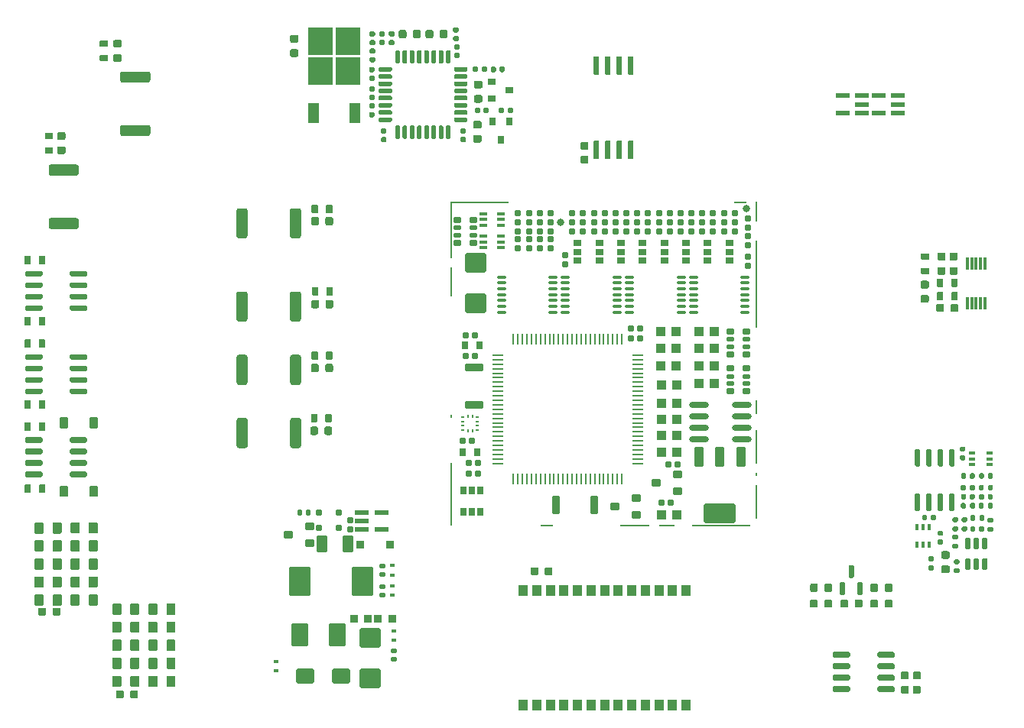
<source format=gtp>
G75*
G70*
%OFA0B0*%
%FSLAX25Y25*%
%IPPOS*%
%LPD*%
%AMOC8*
5,1,8,0,0,1.08239X$1,22.5*
%
%AMM1*
21,1,0.086610,0.073230,0.000000,0.000000,270.000000*
21,1,0.069290,0.090550,0.000000,0.000000,270.000000*
1,1,0.017320,-0.036610,-0.034650*
1,1,0.017320,-0.036610,0.034650*
1,1,0.017320,0.036610,0.034650*
1,1,0.017320,0.036610,-0.034650*
%
%AMM10*
21,1,0.015750,0.016540,0.000000,0.000000,270.000000*
21,1,0.012600,0.019680,0.000000,0.000000,270.000000*
1,1,0.003150,-0.008270,-0.006300*
1,1,0.003150,-0.008270,0.006300*
1,1,0.003150,0.008270,0.006300*
1,1,0.003150,0.008270,-0.006300*
%
%AMM105*
21,1,0.021650,0.052760,-0.000000,-0.000000,90.000000*
21,1,0.017320,0.057090,-0.000000,-0.000000,90.000000*
1,1,0.004330,0.026380,0.008660*
1,1,0.004330,0.026380,-0.008660*
1,1,0.004330,-0.026380,-0.008660*
1,1,0.004330,-0.026380,0.008660*
%
%AMM11*
21,1,0.023620,0.018900,0.000000,0.000000,90.000000*
21,1,0.018900,0.023620,0.000000,0.000000,90.000000*
1,1,0.004720,0.009450,0.009450*
1,1,0.004720,0.009450,-0.009450*
1,1,0.004720,-0.009450,-0.009450*
1,1,0.004720,-0.009450,0.009450*
%
%AMM12*
21,1,0.019680,0.019680,0.000000,0.000000,0.000000*
21,1,0.015750,0.023620,0.000000,0.000000,0.000000*
1,1,0.003940,0.007870,-0.009840*
1,1,0.003940,-0.007870,-0.009840*
1,1,0.003940,-0.007870,0.009840*
1,1,0.003940,0.007870,0.009840*
%
%AMM13*
21,1,0.019680,0.019680,0.000000,0.000000,270.000000*
21,1,0.015750,0.023620,0.000000,0.000000,270.000000*
1,1,0.003940,-0.009840,-0.007870*
1,1,0.003940,-0.009840,0.007870*
1,1,0.003940,0.009840,0.007870*
1,1,0.003940,0.009840,-0.007870*
%
%AMM173*
21,1,0.025590,0.026380,-0.000000,-0.000000,90.000000*
21,1,0.020470,0.031500,-0.000000,-0.000000,90.000000*
1,1,0.005120,0.013190,0.010240*
1,1,0.005120,0.013190,-0.010240*
1,1,0.005120,-0.013190,-0.010240*
1,1,0.005120,-0.013190,0.010240*
%
%AMM174*
21,1,0.017720,0.027950,-0.000000,-0.000000,90.000000*
21,1,0.014170,0.031500,-0.000000,-0.000000,90.000000*
1,1,0.003540,0.013980,0.007090*
1,1,0.003540,0.013980,-0.007090*
1,1,0.003540,-0.013980,-0.007090*
1,1,0.003540,-0.013980,0.007090*
%
%AMM175*
21,1,0.012600,0.028980,-0.000000,-0.000000,270.000000*
21,1,0.010080,0.031500,-0.000000,-0.000000,270.000000*
1,1,0.002520,-0.014490,-0.005040*
1,1,0.002520,-0.014490,0.005040*
1,1,0.002520,0.014490,0.005040*
1,1,0.002520,0.014490,-0.005040*
%
%AMM176*
21,1,0.023620,0.030710,-0.000000,-0.000000,0.000000*
21,1,0.018900,0.035430,-0.000000,-0.000000,0.000000*
1,1,0.004720,0.009450,-0.015350*
1,1,0.004720,-0.009450,-0.015350*
1,1,0.004720,-0.009450,0.015350*
1,1,0.004720,0.009450,0.015350*
%
%AMM177*
21,1,0.027560,0.018900,-0.000000,-0.000000,270.000000*
21,1,0.022840,0.023620,-0.000000,-0.000000,270.000000*
1,1,0.004720,-0.009450,-0.011420*
1,1,0.004720,-0.009450,0.011420*
1,1,0.004720,0.009450,0.011420*
1,1,0.004720,0.009450,-0.011420*
%
%AMM178*
21,1,0.031500,0.072440,-0.000000,-0.000000,270.000000*
21,1,0.025200,0.078740,-0.000000,-0.000000,270.000000*
1,1,0.006300,-0.036220,-0.012600*
1,1,0.006300,-0.036220,0.012600*
1,1,0.006300,0.036220,0.012600*
1,1,0.006300,0.036220,-0.012600*
%
%AMM179*
21,1,0.027560,0.018900,-0.000000,-0.000000,0.000000*
21,1,0.022840,0.023620,-0.000000,-0.000000,0.000000*
1,1,0.004720,0.011420,-0.009450*
1,1,0.004720,-0.011420,-0.009450*
1,1,0.004720,-0.011420,0.009450*
1,1,0.004720,0.011420,0.009450*
%
%AMM180*
21,1,0.023620,0.030710,-0.000000,-0.000000,90.000000*
21,1,0.018900,0.035430,-0.000000,-0.000000,90.000000*
1,1,0.004720,0.015350,0.009450*
1,1,0.004720,0.015350,-0.009450*
1,1,0.004720,-0.015350,-0.009450*
1,1,0.004720,-0.015350,0.009450*
%
%AMM181*
21,1,0.035430,0.030320,-0.000000,-0.000000,90.000000*
21,1,0.028350,0.037400,-0.000000,-0.000000,90.000000*
1,1,0.007090,0.015160,0.014170*
1,1,0.007090,0.015160,-0.014170*
1,1,0.007090,-0.015160,-0.014170*
1,1,0.007090,-0.015160,0.014170*
%
%AMM182*
21,1,0.043310,0.075980,-0.000000,-0.000000,180.000000*
21,1,0.034650,0.084650,-0.000000,-0.000000,180.000000*
1,1,0.008660,-0.017320,0.037990*
1,1,0.008660,0.017320,0.037990*
1,1,0.008660,0.017320,-0.037990*
1,1,0.008660,-0.017320,-0.037990*
%
%AMM183*
21,1,0.039370,0.035430,-0.000000,-0.000000,180.000000*
21,1,0.031500,0.043310,-0.000000,-0.000000,180.000000*
1,1,0.007870,-0.015750,0.017720*
1,1,0.007870,0.015750,0.017720*
1,1,0.007870,0.015750,-0.017720*
1,1,0.007870,-0.015750,-0.017720*
%
%AMM184*
21,1,0.027560,0.030710,-0.000000,-0.000000,180.000000*
21,1,0.022050,0.036220,-0.000000,-0.000000,180.000000*
1,1,0.005510,-0.011020,0.015350*
1,1,0.005510,0.011020,0.015350*
1,1,0.005510,0.011020,-0.015350*
1,1,0.005510,-0.011020,-0.015350*
%
%AMM185*
21,1,0.031500,0.072440,-0.000000,-0.000000,180.000000*
21,1,0.025200,0.078740,-0.000000,-0.000000,180.000000*
1,1,0.006300,-0.012600,0.036220*
1,1,0.006300,0.012600,0.036220*
1,1,0.006300,0.012600,-0.036220*
1,1,0.006300,-0.012600,-0.036220*
%
%AMM186*
21,1,0.137800,0.067720,-0.000000,-0.000000,180.000000*
21,1,0.120870,0.084650,-0.000000,-0.000000,180.000000*
1,1,0.016930,-0.060430,0.033860*
1,1,0.016930,0.060430,0.033860*
1,1,0.016930,0.060430,-0.033860*
1,1,0.016930,-0.060430,-0.033860*
%
%AMM187*
21,1,0.043310,0.075990,-0.000000,-0.000000,180.000000*
21,1,0.034650,0.084650,-0.000000,-0.000000,180.000000*
1,1,0.008660,-0.017320,0.037990*
1,1,0.008660,0.017320,0.037990*
1,1,0.008660,0.017320,-0.037990*
1,1,0.008660,-0.017320,-0.037990*
%
%AMM188*
21,1,0.086610,0.073230,-0.000000,-0.000000,270.000000*
21,1,0.069290,0.090550,-0.000000,-0.000000,270.000000*
1,1,0.017320,-0.036610,-0.034650*
1,1,0.017320,-0.036610,0.034650*
1,1,0.017320,0.036610,0.034650*
1,1,0.017320,0.036610,-0.034650*
%
%AMM2*
21,1,0.094490,0.111020,0.000000,0.000000,0.000000*
21,1,0.075590,0.129920,0.000000,0.000000,0.000000*
1,1,0.018900,0.037800,-0.055510*
1,1,0.018900,-0.037800,-0.055510*
1,1,0.018900,-0.037800,0.055510*
1,1,0.018900,0.037800,0.055510*
%
%AMM3*
21,1,0.074800,0.083460,0.000000,0.000000,0.000000*
21,1,0.059840,0.098430,0.000000,0.000000,0.000000*
1,1,0.014960,0.029920,-0.041730*
1,1,0.014960,-0.029920,-0.041730*
1,1,0.014960,-0.029920,0.041730*
1,1,0.014960,0.029920,0.041730*
%
%AMM4*
21,1,0.078740,0.053540,0.000000,0.000000,180.000000*
21,1,0.065350,0.066930,0.000000,0.000000,180.000000*
1,1,0.013390,-0.032680,0.026770*
1,1,0.013390,0.032680,0.026770*
1,1,0.013390,0.032680,-0.026770*
1,1,0.013390,-0.032680,-0.026770*
%
%AMM5*
21,1,0.035430,0.030320,0.000000,0.000000,90.000000*
21,1,0.028350,0.037400,0.000000,0.000000,90.000000*
1,1,0.007090,0.015160,0.014170*
1,1,0.007090,0.015160,-0.014170*
1,1,0.007090,-0.015160,-0.014170*
1,1,0.007090,-0.015160,0.014170*
%
%AMM6*
21,1,0.021650,0.052760,0.000000,0.000000,270.000000*
21,1,0.017320,0.057090,0.000000,0.000000,270.000000*
1,1,0.004330,-0.026380,-0.008660*
1,1,0.004330,-0.026380,0.008660*
1,1,0.004330,0.026380,0.008660*
1,1,0.004330,0.026380,-0.008660*
%
%AMM7*
21,1,0.035830,0.026770,0.000000,0.000000,0.000000*
21,1,0.029130,0.033470,0.000000,0.000000,0.000000*
1,1,0.006690,0.014570,-0.013390*
1,1,0.006690,-0.014570,-0.013390*
1,1,0.006690,-0.014570,0.013390*
1,1,0.006690,0.014570,0.013390*
%
%AMM8*
21,1,0.070870,0.036220,0.000000,0.000000,90.000000*
21,1,0.061810,0.045280,0.000000,0.000000,90.000000*
1,1,0.009060,0.018110,0.030910*
1,1,0.009060,0.018110,-0.030910*
1,1,0.009060,-0.018110,-0.030910*
1,1,0.009060,-0.018110,0.030910*
%
%AMM9*
21,1,0.033470,0.026770,0.000000,0.000000,0.000000*
21,1,0.026770,0.033470,0.000000,0.000000,0.000000*
1,1,0.006690,0.013390,-0.013390*
1,1,0.006690,-0.013390,-0.013390*
1,1,0.006690,-0.013390,0.013390*
1,1,0.006690,0.013390,0.013390*
%
%ADD100M7*%
%ADD101M8*%
%ADD102M9*%
%ADD103M10*%
%ADD104M11*%
%ADD105M12*%
%ADD106M13*%
%ADD142R,0.02559X0.01575*%
%ADD143R,0.01575X0.02559*%
%ADD146R,0.03543X0.03150*%
%ADD147R,0.04724X0.08661*%
%ADD150R,0.03150X0.03543*%
%ADD155R,0.10827X0.12008*%
%ADD161O,0.04724X0.00866*%
%ADD162O,0.00866X0.04724*%
%ADD163O,0.04331X0.01181*%
%ADD166R,0.01378X0.00984*%
%ADD167R,0.00984X0.01378*%
%ADD172O,0.08661X0.02362*%
%ADD264M105*%
%ADD274R,0.01181X0.05512*%
%ADD369M173*%
%ADD370M174*%
%ADD371M175*%
%ADD372M176*%
%ADD373M177*%
%ADD374M178*%
%ADD375M179*%
%ADD376M180*%
%ADD377M181*%
%ADD378M182*%
%ADD379M183*%
%ADD380M184*%
%ADD381M185*%
%ADD382M186*%
%ADD383M187*%
%ADD384M188*%
%ADD43R,0.00787X0.14567*%
%ADD44R,0.00787X0.01575*%
%ADD45R,0.00787X0.06299*%
%ADD46R,0.00787X0.38189*%
%ADD47R,0.00787X0.09055*%
%ADD48R,0.05512X0.00787*%
%ADD49R,0.25197X0.00787*%
%ADD50R,0.06693X0.00787*%
%ADD51R,0.12992X0.00787*%
%ADD52R,0.00787X0.27559*%
%ADD53R,0.00787X0.12992*%
%ADD54R,0.00787X0.24803*%
%ADD55R,0.03937X0.05118*%
%ADD60C,0.03150*%
%ADD94M1*%
%ADD95M2*%
%ADD96M3*%
%ADD97M4*%
%ADD98M5*%
%ADD99M6*%
X0000000Y0000000D02*
%LPD*%
G01*
G36*
G01*
X0035650Y0051240D02*
X0035650Y0047106D01*
G75*
G02*
X0035256Y0046712I-000394J0000000D01*
G01*
X0032106Y0046712D01*
G75*
G02*
X0031713Y0047106I0000000J0000394D01*
G01*
X0031713Y0051240D01*
G75*
G02*
X0032106Y0051633I0000394J0000000D01*
G01*
X0035256Y0051633D01*
G75*
G02*
X0035650Y0051240I0000000J-000394D01*
G01*
G37*
G36*
G01*
X0027776Y0051240D02*
X0027776Y0047106D01*
G75*
G02*
X0027382Y0046712I-000394J0000000D01*
G01*
X0024232Y0046712D01*
G75*
G02*
X0023839Y0047106I0000000J0000394D01*
G01*
X0023839Y0051240D01*
G75*
G02*
X0024232Y0051633I0000394J0000000D01*
G01*
X0027382Y0051633D01*
G75*
G02*
X0027776Y0051240I0000000J-000394D01*
G01*
G37*
G36*
G01*
X0360925Y0051299D02*
X0359744Y0051299D01*
G75*
G02*
X0359154Y0051889I0000000J0000591D01*
G01*
X0359154Y0056515D01*
G75*
G02*
X0359744Y0057106I0000591J0000000D01*
G01*
X0360925Y0057106D01*
G75*
G02*
X0361516Y0056515I0000000J-000591D01*
G01*
X0361516Y0051889D01*
G75*
G02*
X0360925Y0051299I-000591J0000000D01*
G01*
G37*
G36*
G01*
X0368406Y0051299D02*
X0367224Y0051299D01*
G75*
G02*
X0366634Y0051889I0000000J0000591D01*
G01*
X0366634Y0056515D01*
G75*
G02*
X0367224Y0057106I0000591J0000000D01*
G01*
X0368406Y0057106D01*
G75*
G02*
X0368996Y0056515I0000000J-000591D01*
G01*
X0368996Y0051889D01*
G75*
G02*
X0368406Y0051299I-000591J0000000D01*
G01*
G37*
G36*
G01*
X0364665Y0058681D02*
X0363484Y0058681D01*
G75*
G02*
X0362894Y0059271I0000000J0000591D01*
G01*
X0362894Y0063897D01*
G75*
G02*
X0363484Y0064488I0000591J0000000D01*
G01*
X0364665Y0064488D01*
G75*
G02*
X0365256Y0063897I0000000J-000591D01*
G01*
X0365256Y0059271D01*
G75*
G02*
X0364665Y0058681I-000591J0000000D01*
G01*
G37*
G36*
G01*
X0003898Y0118445D02*
X0003898Y0119626D01*
G75*
G02*
X0004488Y0120216I0000591J0000000D01*
G01*
X0010984Y0120216D01*
G75*
G02*
X0011575Y0119626I0000000J-000591D01*
G01*
X0011575Y0118445D01*
G75*
G02*
X0010984Y0117854I-000591J0000000D01*
G01*
X0004488Y0117854D01*
G75*
G02*
X0003898Y0118445I0000000J0000591D01*
G01*
G37*
G36*
G01*
X0003898Y0113445D02*
X0003898Y0114626D01*
G75*
G02*
X0004488Y0115216I0000591J0000000D01*
G01*
X0010984Y0115216D01*
G75*
G02*
X0011575Y0114626I0000000J-000591D01*
G01*
X0011575Y0113445D01*
G75*
G02*
X0010984Y0112854I-000591J0000000D01*
G01*
X0004488Y0112854D01*
G75*
G02*
X0003898Y0113445I0000000J0000591D01*
G01*
G37*
G36*
G01*
X0003898Y0108445D02*
X0003898Y0109626D01*
G75*
G02*
X0004488Y0110216I0000591J0000000D01*
G01*
X0010984Y0110216D01*
G75*
G02*
X0011575Y0109626I0000000J-000591D01*
G01*
X0011575Y0108445D01*
G75*
G02*
X0010984Y0107854I-000591J0000000D01*
G01*
X0004488Y0107854D01*
G75*
G02*
X0003898Y0108445I0000000J0000591D01*
G01*
G37*
G36*
G01*
X0003898Y0103445D02*
X0003898Y0104626D01*
G75*
G02*
X0004488Y0105216I0000591J0000000D01*
G01*
X0010984Y0105216D01*
G75*
G02*
X0011575Y0104626I0000000J-000591D01*
G01*
X0011575Y0103445D01*
G75*
G02*
X0010984Y0102854I-000591J0000000D01*
G01*
X0004488Y0102854D01*
G75*
G02*
X0003898Y0103445I0000000J0000591D01*
G01*
G37*
G36*
G01*
X0023386Y0103445D02*
X0023386Y0104626D01*
G75*
G02*
X0023976Y0105216I0000591J0000000D01*
G01*
X0030472Y0105216D01*
G75*
G02*
X0031063Y0104626I0000000J-000591D01*
G01*
X0031063Y0103445D01*
G75*
G02*
X0030472Y0102854I-000591J0000000D01*
G01*
X0023976Y0102854D01*
G75*
G02*
X0023386Y0103445I0000000J0000591D01*
G01*
G37*
G36*
G01*
X0023386Y0108445D02*
X0023386Y0109626D01*
G75*
G02*
X0023976Y0110216I0000591J0000000D01*
G01*
X0030472Y0110216D01*
G75*
G02*
X0031063Y0109626I0000000J-000591D01*
G01*
X0031063Y0108445D01*
G75*
G02*
X0030472Y0107854I-000591J0000000D01*
G01*
X0023976Y0107854D01*
G75*
G02*
X0023386Y0108445I0000000J0000591D01*
G01*
G37*
G36*
G01*
X0023386Y0113445D02*
X0023386Y0114626D01*
G75*
G02*
X0023976Y0115216I0000591J0000000D01*
G01*
X0030472Y0115216D01*
G75*
G02*
X0031063Y0114626I0000000J-000591D01*
G01*
X0031063Y0113445D01*
G75*
G02*
X0030472Y0112854I-000591J0000000D01*
G01*
X0023976Y0112854D01*
G75*
G02*
X0023386Y0113445I0000000J0000591D01*
G01*
G37*
G36*
G01*
X0023386Y0118445D02*
X0023386Y0119626D01*
G75*
G02*
X0023976Y0120216I0000591J0000000D01*
G01*
X0030472Y0120216D01*
G75*
G02*
X0031063Y0119626I0000000J-000591D01*
G01*
X0031063Y0118445D01*
G75*
G02*
X0030472Y0117854I-000591J0000000D01*
G01*
X0023976Y0117854D01*
G75*
G02*
X0023386Y0118445I0000000J0000591D01*
G01*
G37*
G36*
G01*
X0035650Y0066988D02*
X0035650Y0062854D01*
G75*
G02*
X0035256Y0062460I-000394J0000000D01*
G01*
X0032106Y0062460D01*
G75*
G02*
X0031713Y0062854I0000000J0000394D01*
G01*
X0031713Y0066988D01*
G75*
G02*
X0032106Y0067382I0000394J0000000D01*
G01*
X0035256Y0067382D01*
G75*
G02*
X0035650Y0066988I0000000J-000394D01*
G01*
G37*
G36*
G01*
X0027776Y0066988D02*
X0027776Y0062854D01*
G75*
G02*
X0027382Y0062460I-000394J0000000D01*
G01*
X0024232Y0062460D01*
G75*
G02*
X0023839Y0062854I0000000J0000394D01*
G01*
X0023839Y0066988D01*
G75*
G02*
X0024232Y0067382I0000394J0000000D01*
G01*
X0027382Y0067382D01*
G75*
G02*
X0027776Y0066988I0000000J-000394D01*
G01*
G37*
G36*
G01*
X0246516Y0249133D02*
X0249193Y0249133D01*
G75*
G02*
X0249528Y0248799I0000000J-000335D01*
G01*
X0249528Y0246122D01*
G75*
G02*
X0249193Y0245787I-000335J0000000D01*
G01*
X0246516Y0245787D01*
G75*
G02*
X0246181Y0246122I0000000J0000335D01*
G01*
X0246181Y0248799D01*
G75*
G02*
X0246516Y0249133I0000335J0000000D01*
G01*
G37*
G36*
G01*
X0246516Y0242913D02*
X0249193Y0242913D01*
G75*
G02*
X0249528Y0242578I0000000J-000335D01*
G01*
X0249528Y0239901D01*
G75*
G02*
X0249193Y0239567I-000335J0000000D01*
G01*
X0246516Y0239567D01*
G75*
G02*
X0246181Y0239901I0000000J0000335D01*
G01*
X0246181Y0242578D01*
G75*
G02*
X0246516Y0242913I0000335J0000000D01*
G01*
G37*
G36*
G01*
X0137933Y0221279D02*
X0137933Y0218208D01*
G75*
G02*
X0137657Y0217933I-000276J0000000D01*
G01*
X0135453Y0217933D01*
G75*
G02*
X0135177Y0218208I0000000J0000276D01*
G01*
X0135177Y0221279D01*
G75*
G02*
X0135453Y0221555I0000276J0000000D01*
G01*
X0137657Y0221555D01*
G75*
G02*
X0137933Y0221279I0000000J-000276D01*
G01*
G37*
G36*
G01*
X0131634Y0221279D02*
X0131634Y0218208D01*
G75*
G02*
X0131358Y0217933I-000276J0000000D01*
G01*
X0129154Y0217933D01*
G75*
G02*
X0128878Y0218208I0000000J0000276D01*
G01*
X0128878Y0221279D01*
G75*
G02*
X0129154Y0221555I0000276J0000000D01*
G01*
X0131358Y0221555D01*
G75*
G02*
X0131634Y0221279I0000000J-000276D01*
G01*
G37*
G36*
G01*
X0041988Y0043130D02*
X0041988Y0047263D01*
G75*
G02*
X0042382Y0047657I0000394J0000000D01*
G01*
X0045531Y0047657D01*
G75*
G02*
X0045925Y0047263I0000000J-000394D01*
G01*
X0045925Y0043130D01*
G75*
G02*
X0045531Y0042736I-000394J0000000D01*
G01*
X0042382Y0042736D01*
G75*
G02*
X0041988Y0043130I0000000J0000394D01*
G01*
G37*
G36*
G01*
X0049862Y0043130D02*
X0049862Y0047263D01*
G75*
G02*
X0050256Y0047657I0000394J0000000D01*
G01*
X0053406Y0047657D01*
G75*
G02*
X0053799Y0047263I0000000J-000394D01*
G01*
X0053799Y0043130D01*
G75*
G02*
X0053406Y0042736I-000394J0000000D01*
G01*
X0050256Y0042736D01*
G75*
G02*
X0049862Y0043130I0000000J0000394D01*
G01*
G37*
G36*
G01*
X0003957Y0154724D02*
X0003957Y0155905D01*
G75*
G02*
X0004547Y0156496I0000591J0000000D01*
G01*
X0011043Y0156496D01*
G75*
G02*
X0011634Y0155905I0000000J-000591D01*
G01*
X0011634Y0154724D01*
G75*
G02*
X0011043Y0154133I-000591J0000000D01*
G01*
X0004547Y0154133D01*
G75*
G02*
X0003957Y0154724I0000000J0000591D01*
G01*
G37*
G36*
G01*
X0003957Y0149724D02*
X0003957Y0150905D01*
G75*
G02*
X0004547Y0151496I0000591J0000000D01*
G01*
X0011043Y0151496D01*
G75*
G02*
X0011634Y0150905I0000000J-000591D01*
G01*
X0011634Y0149724D01*
G75*
G02*
X0011043Y0149133I-000591J0000000D01*
G01*
X0004547Y0149133D01*
G75*
G02*
X0003957Y0149724I0000000J0000591D01*
G01*
G37*
G36*
G01*
X0003957Y0144724D02*
X0003957Y0145905D01*
G75*
G02*
X0004547Y0146496I0000591J0000000D01*
G01*
X0011043Y0146496D01*
G75*
G02*
X0011634Y0145905I0000000J-000591D01*
G01*
X0011634Y0144724D01*
G75*
G02*
X0011043Y0144133I-000591J0000000D01*
G01*
X0004547Y0144133D01*
G75*
G02*
X0003957Y0144724I0000000J0000591D01*
G01*
G37*
G36*
G01*
X0003957Y0139724D02*
X0003957Y0140905D01*
G75*
G02*
X0004547Y0141496I0000591J0000000D01*
G01*
X0011043Y0141496D01*
G75*
G02*
X0011634Y0140905I0000000J-000591D01*
G01*
X0011634Y0139724D01*
G75*
G02*
X0011043Y0139133I-000591J0000000D01*
G01*
X0004547Y0139133D01*
G75*
G02*
X0003957Y0139724I0000000J0000591D01*
G01*
G37*
G36*
G01*
X0023445Y0139724D02*
X0023445Y0140905D01*
G75*
G02*
X0024035Y0141496I0000591J0000000D01*
G01*
X0030531Y0141496D01*
G75*
G02*
X0031122Y0140905I0000000J-000591D01*
G01*
X0031122Y0139724D01*
G75*
G02*
X0030531Y0139133I-000591J0000000D01*
G01*
X0024035Y0139133D01*
G75*
G02*
X0023445Y0139724I0000000J0000591D01*
G01*
G37*
G36*
G01*
X0023445Y0144724D02*
X0023445Y0145905D01*
G75*
G02*
X0024035Y0146496I0000591J0000000D01*
G01*
X0030531Y0146496D01*
G75*
G02*
X0031122Y0145905I0000000J-000591D01*
G01*
X0031122Y0144724D01*
G75*
G02*
X0030531Y0144133I-000591J0000000D01*
G01*
X0024035Y0144133D01*
G75*
G02*
X0023445Y0144724I0000000J0000591D01*
G01*
G37*
G36*
G01*
X0023445Y0149724D02*
X0023445Y0150905D01*
G75*
G02*
X0024035Y0151496I0000591J0000000D01*
G01*
X0030531Y0151496D01*
G75*
G02*
X0031122Y0150905I0000000J-000591D01*
G01*
X0031122Y0149724D01*
G75*
G02*
X0030531Y0149133I-000591J0000000D01*
G01*
X0024035Y0149133D01*
G75*
G02*
X0023445Y0149724I0000000J0000591D01*
G01*
G37*
G36*
G01*
X0023445Y0154724D02*
X0023445Y0155905D01*
G75*
G02*
X0024035Y0156496I0000591J0000000D01*
G01*
X0030531Y0156496D01*
G75*
G02*
X0031122Y0155905I0000000J-000591D01*
G01*
X0031122Y0154724D01*
G75*
G02*
X0030531Y0154133I-000591J0000000D01*
G01*
X0024035Y0154133D01*
G75*
G02*
X0023445Y0154724I0000000J0000591D01*
G01*
G37*
G36*
G01*
X0138091Y0185452D02*
X0138091Y0182382D01*
G75*
G02*
X0137815Y0182106I-000276J0000000D01*
G01*
X0135610Y0182106D01*
G75*
G02*
X0135335Y0182382I0000000J0000276D01*
G01*
X0135335Y0185452D01*
G75*
G02*
X0135610Y0185728I0000276J0000000D01*
G01*
X0137815Y0185728D01*
G75*
G02*
X0138091Y0185452I0000000J-000276D01*
G01*
G37*
G36*
G01*
X0131791Y0185452D02*
X0131791Y0182382D01*
G75*
G02*
X0131516Y0182106I-000276J0000000D01*
G01*
X0129311Y0182106D01*
G75*
G02*
X0129035Y0182382I0000000J0000276D01*
G01*
X0129035Y0185452D01*
G75*
G02*
X0129311Y0185728I0000276J0000000D01*
G01*
X0131516Y0185728D01*
G75*
G02*
X0131791Y0185452I0000000J-000276D01*
G01*
G37*
G36*
G01*
X0041988Y0027382D02*
X0041988Y0031515D01*
G75*
G02*
X0042382Y0031909I0000394J0000000D01*
G01*
X0045531Y0031909D01*
G75*
G02*
X0045925Y0031515I0000000J-000394D01*
G01*
X0045925Y0027382D01*
G75*
G02*
X0045531Y0026988I-000394J0000000D01*
G01*
X0042382Y0026988D01*
G75*
G02*
X0041988Y0027382I0000000J0000394D01*
G01*
G37*
G36*
G01*
X0049862Y0027382D02*
X0049862Y0031515D01*
G75*
G02*
X0050256Y0031909I0000394J0000000D01*
G01*
X0053406Y0031909D01*
G75*
G02*
X0053799Y0031515I0000000J-000394D01*
G01*
X0053799Y0027382D01*
G75*
G02*
X0053406Y0026988I-000394J0000000D01*
G01*
X0050256Y0026988D01*
G75*
G02*
X0049862Y0027382I0000000J0000394D01*
G01*
G37*
G36*
G01*
X0003681Y0159586D02*
X0003681Y0162657D01*
G75*
G02*
X0003957Y0162933I0000276J0000000D01*
G01*
X0006161Y0162933D01*
G75*
G02*
X0006437Y0162657I0000000J-000276D01*
G01*
X0006437Y0159586D01*
G75*
G02*
X0006161Y0159311I-000276J0000000D01*
G01*
X0003957Y0159311D01*
G75*
G02*
X0003681Y0159586I0000000J0000276D01*
G01*
G37*
G36*
G01*
X0009980Y0159586D02*
X0009980Y0162657D01*
G75*
G02*
X0010256Y0162933I0000276J0000000D01*
G01*
X0012461Y0162933D01*
G75*
G02*
X0012736Y0162657I0000000J-000276D01*
G01*
X0012736Y0159586D01*
G75*
G02*
X0012461Y0159311I-000276J0000000D01*
G01*
X0010256Y0159311D01*
G75*
G02*
X0009980Y0159586I0000000J0000276D01*
G01*
G37*
G36*
G01*
X0124291Y0155295D02*
X0124291Y0144074D01*
G75*
G02*
X0123307Y0143090I-000984J0000000D01*
G01*
X0120453Y0143090D01*
G75*
G02*
X0119469Y0144074I0000000J0000984D01*
G01*
X0119469Y0155295D01*
G75*
G02*
X0120453Y0156279I0000984J0000000D01*
G01*
X0123307Y0156279D01*
G75*
G02*
X0124291Y0155295I0000000J-000984D01*
G01*
G37*
G36*
G01*
X0100965Y0155295D02*
X0100965Y0144074D01*
G75*
G02*
X0099980Y0143090I-000984J0000000D01*
G01*
X0097126Y0143090D01*
G75*
G02*
X0096142Y0144074I0000000J0000984D01*
G01*
X0096142Y0155295D01*
G75*
G02*
X0097126Y0156279I0000984J0000000D01*
G01*
X0099980Y0156279D01*
G75*
G02*
X0100965Y0155295I0000000J-000984D01*
G01*
G37*
G36*
G01*
X0382008Y0048917D02*
X0382008Y0046240D01*
G75*
G02*
X0381673Y0045905I-000335J0000000D01*
G01*
X0378996Y0045905D01*
G75*
G02*
X0378661Y0046240I0000000J0000335D01*
G01*
X0378661Y0048917D01*
G75*
G02*
X0378996Y0049252I0000335J0000000D01*
G01*
X0381673Y0049252D01*
G75*
G02*
X0382008Y0048917I0000000J-000335D01*
G01*
G37*
G36*
G01*
X0375787Y0048917D02*
X0375787Y0046240D01*
G75*
G02*
X0375453Y0045905I-000335J0000000D01*
G01*
X0372776Y0045905D01*
G75*
G02*
X0372441Y0046240I0000000J0000335D01*
G01*
X0372441Y0048917D01*
G75*
G02*
X0372776Y0049252I0000335J0000000D01*
G01*
X0375453Y0049252D01*
G75*
G02*
X0375787Y0048917I0000000J-000335D01*
G01*
G37*
G36*
G01*
X0045241Y0284015D02*
X0043223Y0284015D01*
G75*
G02*
X0042362Y0284877I0000000J0000861D01*
G01*
X0042362Y0286599D01*
G75*
G02*
X0043223Y0287460I0000861J0000000D01*
G01*
X0045241Y0287460D01*
G75*
G02*
X0046102Y0286599I0000000J-000861D01*
G01*
X0046102Y0284877D01*
G75*
G02*
X0045241Y0284015I-000861J0000000D01*
G01*
G37*
G36*
G01*
X0045241Y0290216D02*
X0043223Y0290216D01*
G75*
G02*
X0042362Y0291077I0000000J0000861D01*
G01*
X0042362Y0292800D01*
G75*
G02*
X0043223Y0293661I0000861J0000000D01*
G01*
X0045241Y0293661D01*
G75*
G02*
X0046102Y0292800I0000000J-000861D01*
G01*
X0046102Y0291077D01*
G75*
G02*
X0045241Y0290216I-000861J0000000D01*
G01*
G37*
G36*
G01*
X0233858Y0063149D02*
X0233858Y0060472D01*
G75*
G02*
X0233524Y0060137I-000335J0000000D01*
G01*
X0230846Y0060137D01*
G75*
G02*
X0230512Y0060472I0000000J0000335D01*
G01*
X0230512Y0063149D01*
G75*
G02*
X0230846Y0063484I0000335J0000000D01*
G01*
X0233524Y0063484D01*
G75*
G02*
X0233858Y0063149I0000000J-000335D01*
G01*
G37*
G36*
G01*
X0227638Y0063149D02*
X0227638Y0060472D01*
G75*
G02*
X0227303Y0060137I-000335J0000000D01*
G01*
X0224626Y0060137D01*
G75*
G02*
X0224291Y0060472I0000000J0000335D01*
G01*
X0224291Y0063149D01*
G75*
G02*
X0224626Y0063484I0000335J0000000D01*
G01*
X0227303Y0063484D01*
G75*
G02*
X0227638Y0063149I0000000J-000335D01*
G01*
G37*
G36*
G01*
X0359331Y0046240D02*
X0359331Y0048917D01*
G75*
G02*
X0359665Y0049252I0000335J0000000D01*
G01*
X0362343Y0049252D01*
G75*
G02*
X0362677Y0048917I0000000J-000335D01*
G01*
X0362677Y0046240D01*
G75*
G02*
X0362343Y0045905I-000335J0000000D01*
G01*
X0359665Y0045905D01*
G75*
G02*
X0359331Y0046240I0000000J0000335D01*
G01*
G37*
G36*
G01*
X0365551Y0046240D02*
X0365551Y0048917D01*
G75*
G02*
X0365886Y0049252I0000335J0000000D01*
G01*
X0368563Y0049252D01*
G75*
G02*
X0368898Y0048917I0000000J-000335D01*
G01*
X0368898Y0046240D01*
G75*
G02*
X0368563Y0045905I-000335J0000000D01*
G01*
X0365886Y0045905D01*
G75*
G02*
X0365551Y0046240I0000000J0000335D01*
G01*
G37*
G36*
G01*
X0128583Y0149444D02*
X0128583Y0151461D01*
G75*
G02*
X0129444Y0152322I0000861J0000000D01*
G01*
X0131166Y0152322D01*
G75*
G02*
X0132028Y0151461I0000000J-000861D01*
G01*
X0132028Y0149444D01*
G75*
G02*
X0131166Y0148582I-000861J0000000D01*
G01*
X0129444Y0148582D01*
G75*
G02*
X0128583Y0149444I0000000J0000861D01*
G01*
G37*
G36*
G01*
X0134783Y0149444D02*
X0134783Y0151461D01*
G75*
G02*
X0135645Y0152322I0000861J0000000D01*
G01*
X0137367Y0152322D01*
G75*
G02*
X0138228Y0151461I0000000J-000861D01*
G01*
X0138228Y0149444D01*
G75*
G02*
X0137367Y0148582I-000861J0000000D01*
G01*
X0135645Y0148582D01*
G75*
G02*
X0134783Y0149444I0000000J0000861D01*
G01*
G37*
G36*
G01*
X0041988Y0011633D02*
X0041988Y0015767D01*
G75*
G02*
X0042382Y0016161I0000394J0000000D01*
G01*
X0045531Y0016161D01*
G75*
G02*
X0045925Y0015767I0000000J-000394D01*
G01*
X0045925Y0011633D01*
G75*
G02*
X0045531Y0011240I-000394J0000000D01*
G01*
X0042382Y0011240D01*
G75*
G02*
X0041988Y0011633I0000000J0000394D01*
G01*
G37*
G36*
G01*
X0049862Y0011633D02*
X0049862Y0015767D01*
G75*
G02*
X0050256Y0016161I0000394J0000000D01*
G01*
X0053406Y0016161D01*
G75*
G02*
X0053799Y0015767I0000000J-000394D01*
G01*
X0053799Y0011633D01*
G75*
G02*
X0053406Y0011240I-000394J0000000D01*
G01*
X0050256Y0011240D01*
G75*
G02*
X0049862Y0011633I0000000J0000394D01*
G01*
G37*
G36*
G01*
X0383130Y0010945D02*
X0383130Y0009763D01*
G75*
G02*
X0382539Y0009173I-000591J0000000D01*
G01*
X0376043Y0009173D01*
G75*
G02*
X0375453Y0009763I0000000J0000591D01*
G01*
X0375453Y0010945D01*
G75*
G02*
X0376043Y0011535I0000591J0000000D01*
G01*
X0382539Y0011535D01*
G75*
G02*
X0383130Y0010945I0000000J-000591D01*
G01*
G37*
G36*
G01*
X0383130Y0015945D02*
X0383130Y0014763D01*
G75*
G02*
X0382539Y0014173I-000591J0000000D01*
G01*
X0376043Y0014173D01*
G75*
G02*
X0375453Y0014763I0000000J0000591D01*
G01*
X0375453Y0015945D01*
G75*
G02*
X0376043Y0016535I0000591J0000000D01*
G01*
X0382539Y0016535D01*
G75*
G02*
X0383130Y0015945I0000000J-000591D01*
G01*
G37*
G36*
G01*
X0383130Y0020945D02*
X0383130Y0019763D01*
G75*
G02*
X0382539Y0019173I-000591J0000000D01*
G01*
X0376043Y0019173D01*
G75*
G02*
X0375453Y0019763I0000000J0000591D01*
G01*
X0375453Y0020945D01*
G75*
G02*
X0376043Y0021535I0000591J0000000D01*
G01*
X0382539Y0021535D01*
G75*
G02*
X0383130Y0020945I0000000J-000591D01*
G01*
G37*
G36*
G01*
X0383130Y0025945D02*
X0383130Y0024763D01*
G75*
G02*
X0382539Y0024173I-000591J0000000D01*
G01*
X0376043Y0024173D01*
G75*
G02*
X0375453Y0024763I0000000J0000591D01*
G01*
X0375453Y0025945D01*
G75*
G02*
X0376043Y0026535I0000591J0000000D01*
G01*
X0382539Y0026535D01*
G75*
G02*
X0383130Y0025945I0000000J-000591D01*
G01*
G37*
G36*
G01*
X0363642Y0025945D02*
X0363642Y0024763D01*
G75*
G02*
X0363051Y0024173I-000591J0000000D01*
G01*
X0356555Y0024173D01*
G75*
G02*
X0355965Y0024763I0000000J0000591D01*
G01*
X0355965Y0025945D01*
G75*
G02*
X0356555Y0026535I0000591J0000000D01*
G01*
X0363051Y0026535D01*
G75*
G02*
X0363642Y0025945I0000000J-000591D01*
G01*
G37*
G36*
G01*
X0363642Y0020945D02*
X0363642Y0019763D01*
G75*
G02*
X0363051Y0019173I-000591J0000000D01*
G01*
X0356555Y0019173D01*
G75*
G02*
X0355965Y0019763I0000000J0000591D01*
G01*
X0355965Y0020945D01*
G75*
G02*
X0356555Y0021535I0000591J0000000D01*
G01*
X0363051Y0021535D01*
G75*
G02*
X0363642Y0020945I0000000J-000591D01*
G01*
G37*
G36*
G01*
X0363642Y0015945D02*
X0363642Y0014763D01*
G75*
G02*
X0363051Y0014173I-000591J0000000D01*
G01*
X0356555Y0014173D01*
G75*
G02*
X0355965Y0014763I0000000J0000591D01*
G01*
X0355965Y0015945D01*
G75*
G02*
X0356555Y0016535I0000591J0000000D01*
G01*
X0363051Y0016535D01*
G75*
G02*
X0363642Y0015945I0000000J-000591D01*
G01*
G37*
G36*
G01*
X0363642Y0010945D02*
X0363642Y0009763D01*
G75*
G02*
X0363051Y0009173I-000591J0000000D01*
G01*
X0356555Y0009173D01*
G75*
G02*
X0355965Y0009763I0000000J0000591D01*
G01*
X0355965Y0010945D01*
G75*
G02*
X0356555Y0011535I0000591J0000000D01*
G01*
X0363051Y0011535D01*
G75*
G02*
X0363642Y0010945I0000000J-000591D01*
G01*
G37*
G36*
G01*
X0069547Y0039389D02*
X0069547Y0035256D01*
G75*
G02*
X0069154Y0034862I-000394J0000000D01*
G01*
X0066004Y0034862D01*
G75*
G02*
X0065610Y0035256I0000000J0000394D01*
G01*
X0065610Y0039389D01*
G75*
G02*
X0066004Y0039783I0000394J0000000D01*
G01*
X0069154Y0039783D01*
G75*
G02*
X0069547Y0039389I0000000J-000394D01*
G01*
G37*
G36*
G01*
X0061673Y0039389D02*
X0061673Y0035256D01*
G75*
G02*
X0061280Y0034862I-000394J0000000D01*
G01*
X0058130Y0034862D01*
G75*
G02*
X0057736Y0035256I0000000J0000394D01*
G01*
X0057736Y0039389D01*
G75*
G02*
X0058130Y0039783I0000394J0000000D01*
G01*
X0061280Y0039783D01*
G75*
G02*
X0061673Y0039389I0000000J-000394D01*
G01*
G37*
G36*
G01*
X0393917Y0008307D02*
X0391240Y0008307D01*
G75*
G02*
X0390906Y0008641I0000000J0000335D01*
G01*
X0390906Y0011319D01*
G75*
G02*
X0391240Y0011653I0000335J0000000D01*
G01*
X0393917Y0011653D01*
G75*
G02*
X0394252Y0011319I0000000J-000335D01*
G01*
X0394252Y0008641D01*
G75*
G02*
X0393917Y0008307I-000335J0000000D01*
G01*
G37*
G36*
G01*
X0393917Y0014527D02*
X0391240Y0014527D01*
G75*
G02*
X0390906Y0014862I0000000J0000335D01*
G01*
X0390906Y0017539D01*
G75*
G02*
X0391240Y0017874I0000335J0000000D01*
G01*
X0393917Y0017874D01*
G75*
G02*
X0394252Y0017539I0000000J-000335D01*
G01*
X0394252Y0014862D01*
G75*
G02*
X0393917Y0014527I-000335J0000000D01*
G01*
G37*
G36*
G01*
X0137933Y0157342D02*
X0137933Y0154271D01*
G75*
G02*
X0137657Y0153996I-000276J0000000D01*
G01*
X0135453Y0153996D01*
G75*
G02*
X0135177Y0154271I0000000J0000276D01*
G01*
X0135177Y0157342D01*
G75*
G02*
X0135453Y0157618I0000276J0000000D01*
G01*
X0137657Y0157618D01*
G75*
G02*
X0137933Y0157342I0000000J-000276D01*
G01*
G37*
G36*
G01*
X0131634Y0157342D02*
X0131634Y0154271D01*
G75*
G02*
X0131358Y0153996I-000276J0000000D01*
G01*
X0129154Y0153996D01*
G75*
G02*
X0128878Y0154271I0000000J0000276D01*
G01*
X0128878Y0157342D01*
G75*
G02*
X0129154Y0157618I0000276J0000000D01*
G01*
X0131358Y0157618D01*
G75*
G02*
X0131634Y0157342I0000000J-000276D01*
G01*
G37*
G36*
G01*
X0035650Y0074862D02*
X0035650Y0070728D01*
G75*
G02*
X0035256Y0070334I-000394J0000000D01*
G01*
X0032106Y0070334D01*
G75*
G02*
X0031713Y0070728I0000000J0000394D01*
G01*
X0031713Y0074862D01*
G75*
G02*
X0032106Y0075256I0000394J0000000D01*
G01*
X0035256Y0075256D01*
G75*
G02*
X0035650Y0074862I0000000J-000394D01*
G01*
G37*
G36*
G01*
X0027776Y0074862D02*
X0027776Y0070728D01*
G75*
G02*
X0027382Y0070334I-000394J0000000D01*
G01*
X0024232Y0070334D01*
G75*
G02*
X0023839Y0070728I0000000J0000394D01*
G01*
X0023839Y0074862D01*
G75*
G02*
X0024232Y0075256I0000394J0000000D01*
G01*
X0027382Y0075256D01*
G75*
G02*
X0027776Y0074862I0000000J-000394D01*
G01*
G37*
G36*
G01*
X0069547Y0031515D02*
X0069547Y0027382D01*
G75*
G02*
X0069154Y0026988I-000394J0000000D01*
G01*
X0066004Y0026988D01*
G75*
G02*
X0065610Y0027382I0000000J0000394D01*
G01*
X0065610Y0031515D01*
G75*
G02*
X0066004Y0031909I0000394J0000000D01*
G01*
X0069154Y0031909D01*
G75*
G02*
X0069547Y0031515I0000000J-000394D01*
G01*
G37*
G36*
G01*
X0061673Y0031515D02*
X0061673Y0027382D01*
G75*
G02*
X0061280Y0026988I-000394J0000000D01*
G01*
X0058130Y0026988D01*
G75*
G02*
X0057736Y0027382I0000000J0000394D01*
G01*
X0057736Y0031515D01*
G75*
G02*
X0058130Y0031909I0000394J0000000D01*
G01*
X0061280Y0031909D01*
G75*
G02*
X0061673Y0031515I0000000J-000394D01*
G01*
G37*
G36*
G01*
X0043622Y0006614D02*
X0043622Y0009291D01*
G75*
G02*
X0043957Y0009626I0000335J0000000D01*
G01*
X0046634Y0009626D01*
G75*
G02*
X0046969Y0009291I0000000J-000335D01*
G01*
X0046969Y0006614D01*
G75*
G02*
X0046634Y0006279I-000335J0000000D01*
G01*
X0043957Y0006279D01*
G75*
G02*
X0043622Y0006614I0000000J0000335D01*
G01*
G37*
G36*
G01*
X0049843Y0006614D02*
X0049843Y0009291D01*
G75*
G02*
X0050177Y0009626I0000335J0000000D01*
G01*
X0052854Y0009626D01*
G75*
G02*
X0053189Y0009291I0000000J-000335D01*
G01*
X0053189Y0006614D01*
G75*
G02*
X0052854Y0006279I-000335J0000000D01*
G01*
X0050177Y0006279D01*
G75*
G02*
X0049843Y0006614I0000000J0000335D01*
G01*
G37*
G36*
G01*
X0015217Y0239212D02*
X0026437Y0239212D01*
G75*
G02*
X0027421Y0238228I0000000J-000984D01*
G01*
X0027421Y0235374D01*
G75*
G02*
X0026437Y0234389I-000984J0000000D01*
G01*
X0015217Y0234389D01*
G75*
G02*
X0014232Y0235374I0000000J0000984D01*
G01*
X0014232Y0238228D01*
G75*
G02*
X0015217Y0239212I0000984J0000000D01*
G01*
G37*
G36*
G01*
X0015217Y0215885D02*
X0026437Y0215885D01*
G75*
G02*
X0027421Y0214901I0000000J-000984D01*
G01*
X0027421Y0212047D01*
G75*
G02*
X0026437Y0211063I-000984J0000000D01*
G01*
X0015217Y0211063D01*
G75*
G02*
X0014232Y0212047I0000000J0000984D01*
G01*
X0014232Y0214901D01*
G75*
G02*
X0015217Y0215885I0000984J0000000D01*
G01*
G37*
G36*
G01*
X0003681Y0123287D02*
X0003681Y0126358D01*
G75*
G02*
X0003957Y0126633I0000276J0000000D01*
G01*
X0006161Y0126633D01*
G75*
G02*
X0006437Y0126358I0000000J-000276D01*
G01*
X0006437Y0123287D01*
G75*
G02*
X0006161Y0123011I-000276J0000000D01*
G01*
X0003957Y0123011D01*
G75*
G02*
X0003681Y0123287I0000000J0000276D01*
G01*
G37*
G36*
G01*
X0009980Y0123287D02*
X0009980Y0126358D01*
G75*
G02*
X0010256Y0126633I0000276J0000000D01*
G01*
X0012461Y0126633D01*
G75*
G02*
X0012736Y0126358I0000000J-000276D01*
G01*
X0012736Y0123287D01*
G75*
G02*
X0012461Y0123011I-000276J0000000D01*
G01*
X0010256Y0123011D01*
G75*
G02*
X0009980Y0123287I0000000J0000276D01*
G01*
G37*
G36*
G01*
X0019114Y0124508D02*
X0019114Y0128523D01*
G75*
G02*
X0019469Y0128878I0000354J0000000D01*
G01*
X0022303Y0128878D01*
G75*
G02*
X0022657Y0128523I0000000J-000354D01*
G01*
X0022657Y0124508D01*
G75*
G02*
X0022303Y0124153I-000354J0000000D01*
G01*
X0019469Y0124153D01*
G75*
G02*
X0019114Y0124508I0000000J0000354D01*
G01*
G37*
G36*
G01*
X0032106Y0124508D02*
X0032106Y0128523D01*
G75*
G02*
X0032461Y0128878I0000354J0000000D01*
G01*
X0035295Y0128878D01*
G75*
G02*
X0035650Y0128523I0000000J-000354D01*
G01*
X0035650Y0124508D01*
G75*
G02*
X0035295Y0124153I-000354J0000000D01*
G01*
X0032461Y0124153D01*
G75*
G02*
X0032106Y0124508I0000000J0000354D01*
G01*
G37*
G36*
G01*
X0008091Y0054980D02*
X0008091Y0059114D01*
G75*
G02*
X0008484Y0059508I0000394J0000000D01*
G01*
X0011634Y0059508D01*
G75*
G02*
X0012028Y0059114I0000000J-000394D01*
G01*
X0012028Y0054980D01*
G75*
G02*
X0011634Y0054586I-000394J0000000D01*
G01*
X0008484Y0054586D01*
G75*
G02*
X0008091Y0054980I0000000J0000394D01*
G01*
G37*
G36*
G01*
X0015965Y0054980D02*
X0015965Y0059114D01*
G75*
G02*
X0016358Y0059508I0000394J0000000D01*
G01*
X0019508Y0059508D01*
G75*
G02*
X0019902Y0059114I0000000J-000394D01*
G01*
X0019902Y0054980D01*
G75*
G02*
X0019508Y0054586I-000394J0000000D01*
G01*
X0016358Y0054586D01*
G75*
G02*
X0015965Y0054980I0000000J0000394D01*
G01*
G37*
G36*
G01*
X0009724Y0042815D02*
X0009724Y0045492D01*
G75*
G02*
X0010059Y0045826I0000335J0000000D01*
G01*
X0012736Y0045826D01*
G75*
G02*
X0013071Y0045492I0000000J-000335D01*
G01*
X0013071Y0042815D01*
G75*
G02*
X0012736Y0042480I-000335J0000000D01*
G01*
X0010059Y0042480D01*
G75*
G02*
X0009724Y0042815I0000000J0000335D01*
G01*
G37*
G36*
G01*
X0015945Y0042815D02*
X0015945Y0045492D01*
G75*
G02*
X0016280Y0045826I0000335J0000000D01*
G01*
X0018957Y0045826D01*
G75*
G02*
X0019291Y0045492I0000000J-000335D01*
G01*
X0019291Y0042815D01*
G75*
G02*
X0018957Y0042480I-000335J0000000D01*
G01*
X0016280Y0042480D01*
G75*
G02*
X0015945Y0042815I0000000J0000335D01*
G01*
G37*
G36*
G01*
X0128701Y0177278D02*
X0128701Y0179296D01*
G75*
G02*
X0129562Y0180157I0000861J0000000D01*
G01*
X0131284Y0180157D01*
G75*
G02*
X0132146Y0179296I0000000J-000861D01*
G01*
X0132146Y0177278D01*
G75*
G02*
X0131284Y0176417I-000861J0000000D01*
G01*
X0129562Y0176417D01*
G75*
G02*
X0128701Y0177278I0000000J0000861D01*
G01*
G37*
G36*
G01*
X0134902Y0177278D02*
X0134902Y0179296D01*
G75*
G02*
X0135763Y0180157I0000861J0000000D01*
G01*
X0137485Y0180157D01*
G75*
G02*
X0138346Y0179296I0000000J-000861D01*
G01*
X0138346Y0177278D01*
G75*
G02*
X0137485Y0176417I-000861J0000000D01*
G01*
X0135763Y0176417D01*
G75*
G02*
X0134902Y0177278I0000000J0000861D01*
G01*
G37*
G36*
G01*
X0008091Y0078563D02*
X0008091Y0082696D01*
G75*
G02*
X0008484Y0083090I0000394J0000000D01*
G01*
X0011634Y0083090D01*
G75*
G02*
X0012028Y0082696I0000000J-000394D01*
G01*
X0012028Y0078563D01*
G75*
G02*
X0011634Y0078169I-000394J0000000D01*
G01*
X0008484Y0078169D01*
G75*
G02*
X0008091Y0078563I0000000J0000394D01*
G01*
G37*
G36*
G01*
X0015965Y0078563D02*
X0015965Y0082696D01*
G75*
G02*
X0016358Y0083090I0000394J0000000D01*
G01*
X0019508Y0083090D01*
G75*
G02*
X0019902Y0082696I0000000J-000394D01*
G01*
X0019902Y0078563D01*
G75*
G02*
X0019508Y0078169I-000394J0000000D01*
G01*
X0016358Y0078169D01*
G75*
G02*
X0015965Y0078563I0000000J0000394D01*
G01*
G37*
G36*
G01*
X0124232Y0182874D02*
X0124232Y0171653D01*
G75*
G02*
X0123248Y0170669I-000984J0000000D01*
G01*
X0120394Y0170669D01*
G75*
G02*
X0119409Y0171653I0000000J0000984D01*
G01*
X0119409Y0182874D01*
G75*
G02*
X0120394Y0183858I0000984J0000000D01*
G01*
X0123248Y0183858D01*
G75*
G02*
X0124232Y0182874I0000000J-000984D01*
G01*
G37*
G36*
G01*
X0100906Y0182874D02*
X0100906Y0171653D01*
G75*
G02*
X0099921Y0170669I-000984J0000000D01*
G01*
X0097067Y0170669D01*
G75*
G02*
X0096083Y0171653I0000000J0000984D01*
G01*
X0096083Y0182874D01*
G75*
G02*
X0097067Y0183858I0000984J0000000D01*
G01*
X0099921Y0183858D01*
G75*
G02*
X0100906Y0182874I0000000J-000984D01*
G01*
G37*
G36*
G01*
X0253952Y0241633D02*
X0251954Y0241633D01*
G75*
G02*
X0251791Y0241796I0000000J0000163D01*
G01*
X0251791Y0249424D01*
G75*
G02*
X0251954Y0249586I0000163J0000000D01*
G01*
X0253952Y0249586D01*
G75*
G02*
X0254114Y0249424I0000000J-000163D01*
G01*
X0254114Y0241796D01*
G75*
G02*
X0253952Y0241633I-000163J0000000D01*
G01*
G37*
G36*
G01*
X0258952Y0241633D02*
X0256954Y0241633D01*
G75*
G02*
X0256791Y0241796I0000000J0000163D01*
G01*
X0256791Y0249424D01*
G75*
G02*
X0256954Y0249586I0000163J0000000D01*
G01*
X0258952Y0249586D01*
G75*
G02*
X0259114Y0249424I0000000J-000163D01*
G01*
X0259114Y0241796D01*
G75*
G02*
X0258952Y0241633I-000163J0000000D01*
G01*
G37*
G36*
G01*
X0263952Y0241633D02*
X0261954Y0241633D01*
G75*
G02*
X0261791Y0241796I0000000J0000163D01*
G01*
X0261791Y0249424D01*
G75*
G02*
X0261954Y0249586I0000163J0000000D01*
G01*
X0263952Y0249586D01*
G75*
G02*
X0264114Y0249424I0000000J-000163D01*
G01*
X0264114Y0241796D01*
G75*
G02*
X0263952Y0241633I-000163J0000000D01*
G01*
G37*
G36*
G01*
X0268952Y0241633D02*
X0266954Y0241633D01*
G75*
G02*
X0266791Y0241796I0000000J0000163D01*
G01*
X0266791Y0249424D01*
G75*
G02*
X0266954Y0249586I0000163J0000000D01*
G01*
X0268952Y0249586D01*
G75*
G02*
X0269114Y0249424I0000000J-000163D01*
G01*
X0269114Y0241796D01*
G75*
G02*
X0268952Y0241633I-000163J0000000D01*
G01*
G37*
G36*
G01*
X0268952Y0278484D02*
X0266954Y0278484D01*
G75*
G02*
X0266791Y0278646I0000000J0000163D01*
G01*
X0266791Y0286274D01*
G75*
G02*
X0266954Y0286437I0000163J0000000D01*
G01*
X0268952Y0286437D01*
G75*
G02*
X0269114Y0286274I0000000J-000163D01*
G01*
X0269114Y0278646D01*
G75*
G02*
X0268952Y0278484I-000163J0000000D01*
G01*
G37*
G36*
G01*
X0263952Y0278484D02*
X0261954Y0278484D01*
G75*
G02*
X0261791Y0278646I0000000J0000163D01*
G01*
X0261791Y0286274D01*
G75*
G02*
X0261954Y0286437I0000163J0000000D01*
G01*
X0263952Y0286437D01*
G75*
G02*
X0264114Y0286274I0000000J-000163D01*
G01*
X0264114Y0278646D01*
G75*
G02*
X0263952Y0278484I-000163J0000000D01*
G01*
G37*
G36*
G01*
X0258952Y0278484D02*
X0256954Y0278484D01*
G75*
G02*
X0256791Y0278646I0000000J0000163D01*
G01*
X0256791Y0286274D01*
G75*
G02*
X0256954Y0286437I0000163J0000000D01*
G01*
X0258952Y0286437D01*
G75*
G02*
X0259114Y0286274I0000000J-000163D01*
G01*
X0259114Y0278646D01*
G75*
G02*
X0258952Y0278484I-000163J0000000D01*
G01*
G37*
G36*
G01*
X0253952Y0278484D02*
X0251954Y0278484D01*
G75*
G02*
X0251791Y0278646I0000000J0000163D01*
G01*
X0251791Y0286274D01*
G75*
G02*
X0251954Y0286437I0000163J0000000D01*
G01*
X0253952Y0286437D01*
G75*
G02*
X0254114Y0286274I0000000J-000163D01*
G01*
X0254114Y0278646D01*
G75*
G02*
X0253952Y0278484I-000163J0000000D01*
G01*
G37*
G36*
G01*
X0035650Y0059114D02*
X0035650Y0054980D01*
G75*
G02*
X0035256Y0054586I-000394J0000000D01*
G01*
X0032106Y0054586D01*
G75*
G02*
X0031713Y0054980I0000000J0000394D01*
G01*
X0031713Y0059114D01*
G75*
G02*
X0032106Y0059508I0000394J0000000D01*
G01*
X0035256Y0059508D01*
G75*
G02*
X0035650Y0059114I0000000J-000394D01*
G01*
G37*
G36*
G01*
X0027776Y0059114D02*
X0027776Y0054980D01*
G75*
G02*
X0027382Y0054586I-000394J0000000D01*
G01*
X0024232Y0054586D01*
G75*
G02*
X0023839Y0054980I0000000J0000394D01*
G01*
X0023839Y0059114D01*
G75*
G02*
X0024232Y0059508I0000394J0000000D01*
G01*
X0027382Y0059508D01*
G75*
G02*
X0027776Y0059114I0000000J-000394D01*
G01*
G37*
G36*
G01*
X0388819Y0008307D02*
X0386142Y0008307D01*
G75*
G02*
X0385807Y0008641I0000000J0000335D01*
G01*
X0385807Y0011319D01*
G75*
G02*
X0386142Y0011653I0000335J0000000D01*
G01*
X0388819Y0011653D01*
G75*
G02*
X0389154Y0011319I0000000J-000335D01*
G01*
X0389154Y0008641D01*
G75*
G02*
X0388819Y0008307I-000335J0000000D01*
G01*
G37*
G36*
G01*
X0388819Y0014527D02*
X0386142Y0014527D01*
G75*
G02*
X0385807Y0014862I0000000J0000335D01*
G01*
X0385807Y0017539D01*
G75*
G02*
X0386142Y0017874I0000335J0000000D01*
G01*
X0388819Y0017874D01*
G75*
G02*
X0389154Y0017539I0000000J-000335D01*
G01*
X0389154Y0014862D01*
G75*
G02*
X0388819Y0014527I-000335J0000000D01*
G01*
G37*
G36*
G01*
X0012736Y0172421D02*
X0012736Y0169350D01*
G75*
G02*
X0012461Y0169074I-000276J0000000D01*
G01*
X0010256Y0169074D01*
G75*
G02*
X0009980Y0169350I0000000J0000276D01*
G01*
X0009980Y0172421D01*
G75*
G02*
X0010256Y0172696I0000276J0000000D01*
G01*
X0012461Y0172696D01*
G75*
G02*
X0012736Y0172421I0000000J-000276D01*
G01*
G37*
G36*
G01*
X0006437Y0172421D02*
X0006437Y0169350D01*
G75*
G02*
X0006161Y0169074I-000276J0000000D01*
G01*
X0003957Y0169074D01*
G75*
G02*
X0003681Y0169350I0000000J0000276D01*
G01*
X0003681Y0172421D01*
G75*
G02*
X0003957Y0172696I0000276J0000000D01*
G01*
X0006161Y0172696D01*
G75*
G02*
X0006437Y0172421I0000000J-000276D01*
G01*
G37*
G36*
G01*
X0346102Y0053538D02*
X0346102Y0055556D01*
G75*
G02*
X0346964Y0056417I0000861J0000000D01*
G01*
X0348686Y0056417D01*
G75*
G02*
X0349547Y0055556I0000000J-000861D01*
G01*
X0349547Y0053538D01*
G75*
G02*
X0348686Y0052677I-000861J0000000D01*
G01*
X0346964Y0052677D01*
G75*
G02*
X0346102Y0053538I0000000J0000861D01*
G01*
G37*
G36*
G01*
X0352303Y0053538D02*
X0352303Y0055556D01*
G75*
G02*
X0353164Y0056417I0000861J0000000D01*
G01*
X0354887Y0056417D01*
G75*
G02*
X0355748Y0055556I0000000J-000861D01*
G01*
X0355748Y0053538D01*
G75*
G02*
X0354887Y0052677I-000861J0000000D01*
G01*
X0353164Y0052677D01*
G75*
G02*
X0352303Y0053538I0000000J0000861D01*
G01*
G37*
G36*
G01*
X0041988Y0019508D02*
X0041988Y0023641D01*
G75*
G02*
X0042382Y0024035I0000394J0000000D01*
G01*
X0045531Y0024035D01*
G75*
G02*
X0045925Y0023641I0000000J-000394D01*
G01*
X0045925Y0019508D01*
G75*
G02*
X0045531Y0019114I-000394J0000000D01*
G01*
X0042382Y0019114D01*
G75*
G02*
X0041988Y0019508I0000000J0000394D01*
G01*
G37*
G36*
G01*
X0049862Y0019508D02*
X0049862Y0023641D01*
G75*
G02*
X0050256Y0024035I0000394J0000000D01*
G01*
X0053406Y0024035D01*
G75*
G02*
X0053799Y0023641I0000000J-000394D01*
G01*
X0053799Y0019508D01*
G75*
G02*
X0053406Y0019114I-000394J0000000D01*
G01*
X0050256Y0019114D01*
G75*
G02*
X0049862Y0019508I0000000J0000394D01*
G01*
G37*
G36*
G01*
X0012736Y0199114D02*
X0012736Y0196043D01*
G75*
G02*
X0012461Y0195767I-000276J0000000D01*
G01*
X0010256Y0195767D01*
G75*
G02*
X0009980Y0196043I0000000J0000276D01*
G01*
X0009980Y0199114D01*
G75*
G02*
X0010256Y0199389I0000276J0000000D01*
G01*
X0012461Y0199389D01*
G75*
G02*
X0012736Y0199114I0000000J-000276D01*
G01*
G37*
G36*
G01*
X0006437Y0199114D02*
X0006437Y0196043D01*
G75*
G02*
X0006161Y0195767I-000276J0000000D01*
G01*
X0003957Y0195767D01*
G75*
G02*
X0003681Y0196043I0000000J0000276D01*
G01*
X0003681Y0199114D01*
G75*
G02*
X0003957Y0199389I0000276J0000000D01*
G01*
X0006161Y0199389D01*
G75*
G02*
X0006437Y0199114I0000000J-000276D01*
G01*
G37*
G36*
G01*
X0069547Y0047263D02*
X0069547Y0043130D01*
G75*
G02*
X0069154Y0042736I-000394J0000000D01*
G01*
X0066004Y0042736D01*
G75*
G02*
X0065610Y0043130I0000000J0000394D01*
G01*
X0065610Y0047263D01*
G75*
G02*
X0066004Y0047657I0000394J0000000D01*
G01*
X0069154Y0047657D01*
G75*
G02*
X0069547Y0047263I0000000J-000394D01*
G01*
G37*
G36*
G01*
X0061673Y0047263D02*
X0061673Y0043130D01*
G75*
G02*
X0061280Y0042736I-000394J0000000D01*
G01*
X0058130Y0042736D01*
G75*
G02*
X0057736Y0043130I0000000J0000394D01*
G01*
X0057736Y0047263D01*
G75*
G02*
X0058130Y0047657I0000394J0000000D01*
G01*
X0061280Y0047657D01*
G75*
G02*
X0061673Y0047263I0000000J-000394D01*
G01*
G37*
G36*
G01*
X0069547Y0015767D02*
X0069547Y0011633D01*
G75*
G02*
X0069154Y0011240I-000394J0000000D01*
G01*
X0066004Y0011240D01*
G75*
G02*
X0065610Y0011633I0000000J0000394D01*
G01*
X0065610Y0015767D01*
G75*
G02*
X0066004Y0016161I0000394J0000000D01*
G01*
X0069154Y0016161D01*
G75*
G02*
X0069547Y0015767I0000000J-000394D01*
G01*
G37*
G36*
G01*
X0061673Y0015767D02*
X0061673Y0011633D01*
G75*
G02*
X0061280Y0011240I-000394J0000000D01*
G01*
X0058130Y0011240D01*
G75*
G02*
X0057736Y0011633I0000000J0000394D01*
G01*
X0057736Y0015767D01*
G75*
G02*
X0058130Y0016161I0000394J0000000D01*
G01*
X0061280Y0016161D01*
G75*
G02*
X0061673Y0015767I0000000J-000394D01*
G01*
G37*
G36*
G01*
X0036791Y0293366D02*
X0039862Y0293366D01*
G75*
G02*
X0040138Y0293090I0000000J-000276D01*
G01*
X0040138Y0290885D01*
G75*
G02*
X0039862Y0290610I-000276J0000000D01*
G01*
X0036791Y0290610D01*
G75*
G02*
X0036516Y0290885I0000000J0000276D01*
G01*
X0036516Y0293090D01*
G75*
G02*
X0036791Y0293366I0000276J0000000D01*
G01*
G37*
G36*
G01*
X0036791Y0287067D02*
X0039862Y0287067D01*
G75*
G02*
X0040138Y0286791I0000000J-000276D01*
G01*
X0040138Y0284586D01*
G75*
G02*
X0039862Y0284311I-000276J0000000D01*
G01*
X0036791Y0284311D01*
G75*
G02*
X0036516Y0284586I0000000J0000276D01*
G01*
X0036516Y0286791D01*
G75*
G02*
X0036791Y0287067I0000276J0000000D01*
G01*
G37*
G36*
G01*
X0003760Y0096240D02*
X0003760Y0099311D01*
G75*
G02*
X0004035Y0099586I0000276J0000000D01*
G01*
X0006240Y0099586D01*
G75*
G02*
X0006516Y0099311I0000000J-000276D01*
G01*
X0006516Y0096240D01*
G75*
G02*
X0006240Y0095964I-000276J0000000D01*
G01*
X0004035Y0095964D01*
G75*
G02*
X0003760Y0096240I0000000J0000276D01*
G01*
G37*
G36*
G01*
X0010059Y0096240D02*
X0010059Y0099311D01*
G75*
G02*
X0010335Y0099586I0000276J0000000D01*
G01*
X0012539Y0099586D01*
G75*
G02*
X0012815Y0099311I0000000J-000276D01*
G01*
X0012815Y0096240D01*
G75*
G02*
X0012539Y0095964I-000276J0000000D01*
G01*
X0010335Y0095964D01*
G75*
G02*
X0010059Y0096240I0000000J0000276D01*
G01*
G37*
G36*
G01*
X0019134Y0094547D02*
X0019134Y0098563D01*
G75*
G02*
X0019488Y0098917I0000354J0000000D01*
G01*
X0022323Y0098917D01*
G75*
G02*
X0022677Y0098563I0000000J-000354D01*
G01*
X0022677Y0094547D01*
G75*
G02*
X0022323Y0094193I-000354J0000000D01*
G01*
X0019488Y0094193D01*
G75*
G02*
X0019134Y0094547I0000000J0000354D01*
G01*
G37*
G36*
G01*
X0032126Y0094547D02*
X0032126Y0098563D01*
G75*
G02*
X0032480Y0098917I0000354J0000000D01*
G01*
X0035315Y0098917D01*
G75*
G02*
X0035669Y0098563I0000000J-000354D01*
G01*
X0035669Y0094547D01*
G75*
G02*
X0035315Y0094193I-000354J0000000D01*
G01*
X0032480Y0094193D01*
G75*
G02*
X0032126Y0094547I0000000J0000354D01*
G01*
G37*
G36*
G01*
X0128583Y0213499D02*
X0128583Y0215516D01*
G75*
G02*
X0129444Y0216378I0000861J0000000D01*
G01*
X0131166Y0216378D01*
G75*
G02*
X0132028Y0215516I0000000J-000861D01*
G01*
X0132028Y0213499D01*
G75*
G02*
X0131166Y0212637I-000861J0000000D01*
G01*
X0129444Y0212637D01*
G75*
G02*
X0128583Y0213499I0000000J0000861D01*
G01*
G37*
G36*
G01*
X0134783Y0213499D02*
X0134783Y0215516D01*
G75*
G02*
X0135645Y0216378I0000861J0000000D01*
G01*
X0137367Y0216378D01*
G75*
G02*
X0138228Y0215516I0000000J-000861D01*
G01*
X0138228Y0213499D01*
G75*
G02*
X0137367Y0212637I-000861J0000000D01*
G01*
X0135645Y0212637D01*
G75*
G02*
X0134783Y0213499I0000000J0000861D01*
G01*
G37*
G36*
G01*
X0020792Y0243740D02*
X0018775Y0243740D01*
G75*
G02*
X0017913Y0244601I0000000J0000861D01*
G01*
X0017913Y0246323D01*
G75*
G02*
X0018775Y0247185I0000861J0000000D01*
G01*
X0020792Y0247185D01*
G75*
G02*
X0021654Y0246323I0000000J-000861D01*
G01*
X0021654Y0244601D01*
G75*
G02*
X0020792Y0243740I-000861J0000000D01*
G01*
G37*
G36*
G01*
X0020792Y0249941D02*
X0018775Y0249941D01*
G75*
G02*
X0017913Y0250802I0000000J0000861D01*
G01*
X0017913Y0252524D01*
G75*
G02*
X0018775Y0253385I0000861J0000000D01*
G01*
X0020792Y0253385D01*
G75*
G02*
X0021654Y0252524I0000000J-000861D01*
G01*
X0021654Y0250802D01*
G75*
G02*
X0020792Y0249941I-000861J0000000D01*
G01*
G37*
G36*
G01*
X0003681Y0133011D02*
X0003681Y0136082D01*
G75*
G02*
X0003957Y0136358I0000276J0000000D01*
G01*
X0006161Y0136358D01*
G75*
G02*
X0006437Y0136082I0000000J-000276D01*
G01*
X0006437Y0133011D01*
G75*
G02*
X0006161Y0132736I-000276J0000000D01*
G01*
X0003957Y0132736D01*
G75*
G02*
X0003681Y0133011I0000000J0000276D01*
G01*
G37*
G36*
G01*
X0009980Y0133011D02*
X0009980Y0136082D01*
G75*
G02*
X0010256Y0136358I0000276J0000000D01*
G01*
X0012461Y0136358D01*
G75*
G02*
X0012736Y0136082I0000000J-000276D01*
G01*
X0012736Y0133011D01*
G75*
G02*
X0012461Y0132736I-000276J0000000D01*
G01*
X0010256Y0132736D01*
G75*
G02*
X0009980Y0133011I0000000J0000276D01*
G01*
G37*
G36*
G01*
X0346142Y0046240D02*
X0346142Y0048917D01*
G75*
G02*
X0346476Y0049252I0000335J0000000D01*
G01*
X0349154Y0049252D01*
G75*
G02*
X0349488Y0048917I0000000J-000335D01*
G01*
X0349488Y0046240D01*
G75*
G02*
X0349154Y0045905I-000335J0000000D01*
G01*
X0346476Y0045905D01*
G75*
G02*
X0346142Y0046240I0000000J0000335D01*
G01*
G37*
G36*
G01*
X0352362Y0046240D02*
X0352362Y0048917D01*
G75*
G02*
X0352697Y0049252I0000335J0000000D01*
G01*
X0355374Y0049252D01*
G75*
G02*
X0355709Y0048917I0000000J-000335D01*
G01*
X0355709Y0046240D01*
G75*
G02*
X0355374Y0045905I-000335J0000000D01*
G01*
X0352697Y0045905D01*
G75*
G02*
X0352362Y0046240I0000000J0000335D01*
G01*
G37*
G36*
G01*
X0003957Y0191023D02*
X0003957Y0192204D01*
G75*
G02*
X0004547Y0192795I0000591J0000000D01*
G01*
X0011043Y0192795D01*
G75*
G02*
X0011634Y0192204I0000000J-000591D01*
G01*
X0011634Y0191023D01*
G75*
G02*
X0011043Y0190433I-000591J0000000D01*
G01*
X0004547Y0190433D01*
G75*
G02*
X0003957Y0191023I0000000J0000591D01*
G01*
G37*
G36*
G01*
X0003957Y0186023D02*
X0003957Y0187204D01*
G75*
G02*
X0004547Y0187795I0000591J0000000D01*
G01*
X0011043Y0187795D01*
G75*
G02*
X0011634Y0187204I0000000J-000591D01*
G01*
X0011634Y0186023D01*
G75*
G02*
X0011043Y0185433I-000591J0000000D01*
G01*
X0004547Y0185433D01*
G75*
G02*
X0003957Y0186023I0000000J0000591D01*
G01*
G37*
G36*
G01*
X0003957Y0181023D02*
X0003957Y0182204D01*
G75*
G02*
X0004547Y0182795I0000591J0000000D01*
G01*
X0011043Y0182795D01*
G75*
G02*
X0011634Y0182204I0000000J-000591D01*
G01*
X0011634Y0181023D01*
G75*
G02*
X0011043Y0180433I-000591J0000000D01*
G01*
X0004547Y0180433D01*
G75*
G02*
X0003957Y0181023I0000000J0000591D01*
G01*
G37*
G36*
G01*
X0003957Y0176023D02*
X0003957Y0177204D01*
G75*
G02*
X0004547Y0177795I0000591J0000000D01*
G01*
X0011043Y0177795D01*
G75*
G02*
X0011634Y0177204I0000000J-000591D01*
G01*
X0011634Y0176023D01*
G75*
G02*
X0011043Y0175433I-000591J0000000D01*
G01*
X0004547Y0175433D01*
G75*
G02*
X0003957Y0176023I0000000J0000591D01*
G01*
G37*
G36*
G01*
X0023445Y0176023D02*
X0023445Y0177204D01*
G75*
G02*
X0024035Y0177795I0000591J0000000D01*
G01*
X0030531Y0177795D01*
G75*
G02*
X0031122Y0177204I0000000J-000591D01*
G01*
X0031122Y0176023D01*
G75*
G02*
X0030531Y0175433I-000591J0000000D01*
G01*
X0024035Y0175433D01*
G75*
G02*
X0023445Y0176023I0000000J0000591D01*
G01*
G37*
G36*
G01*
X0023445Y0181023D02*
X0023445Y0182204D01*
G75*
G02*
X0024035Y0182795I0000591J0000000D01*
G01*
X0030531Y0182795D01*
G75*
G02*
X0031122Y0182204I0000000J-000591D01*
G01*
X0031122Y0181023D01*
G75*
G02*
X0030531Y0180433I-000591J0000000D01*
G01*
X0024035Y0180433D01*
G75*
G02*
X0023445Y0181023I0000000J0000591D01*
G01*
G37*
G36*
G01*
X0023445Y0186023D02*
X0023445Y0187204D01*
G75*
G02*
X0024035Y0187795I0000591J0000000D01*
G01*
X0030531Y0187795D01*
G75*
G02*
X0031122Y0187204I0000000J-000591D01*
G01*
X0031122Y0186023D01*
G75*
G02*
X0030531Y0185433I-000591J0000000D01*
G01*
X0024035Y0185433D01*
G75*
G02*
X0023445Y0186023I0000000J0000591D01*
G01*
G37*
G36*
G01*
X0023445Y0191023D02*
X0023445Y0192204D01*
G75*
G02*
X0024035Y0192795I0000591J0000000D01*
G01*
X0030531Y0192795D01*
G75*
G02*
X0031122Y0192204I0000000J-000591D01*
G01*
X0031122Y0191023D01*
G75*
G02*
X0030531Y0190433I-000591J0000000D01*
G01*
X0024035Y0190433D01*
G75*
G02*
X0023445Y0191023I0000000J0000591D01*
G01*
G37*
G36*
G01*
X0012854Y0253090D02*
X0015925Y0253090D01*
G75*
G02*
X0016201Y0252815I0000000J-000276D01*
G01*
X0016201Y0250610D01*
G75*
G02*
X0015925Y0250334I-000276J0000000D01*
G01*
X0012854Y0250334D01*
G75*
G02*
X0012579Y0250610I0000000J0000276D01*
G01*
X0012579Y0252815D01*
G75*
G02*
X0012854Y0253090I0000276J0000000D01*
G01*
G37*
G36*
G01*
X0012854Y0246791D02*
X0015925Y0246791D01*
G75*
G02*
X0016201Y0246515I0000000J-000276D01*
G01*
X0016201Y0244311D01*
G75*
G02*
X0015925Y0244035I-000276J0000000D01*
G01*
X0012854Y0244035D01*
G75*
G02*
X0012579Y0244311I0000000J0000276D01*
G01*
X0012579Y0246515D01*
G75*
G02*
X0012854Y0246791I0000276J0000000D01*
G01*
G37*
G36*
G01*
X0382047Y0055556D02*
X0382047Y0053538D01*
G75*
G02*
X0381186Y0052677I-000861J0000000D01*
G01*
X0379464Y0052677D01*
G75*
G02*
X0378602Y0053538I0000000J0000861D01*
G01*
X0378602Y0055556D01*
G75*
G02*
X0379464Y0056417I0000861J0000000D01*
G01*
X0381186Y0056417D01*
G75*
G02*
X0382047Y0055556I0000000J-000861D01*
G01*
G37*
G36*
G01*
X0375846Y0055556D02*
X0375846Y0053538D01*
G75*
G02*
X0374985Y0052677I-000861J0000000D01*
G01*
X0373263Y0052677D01*
G75*
G02*
X0372402Y0053538I0000000J0000861D01*
G01*
X0372402Y0055556D01*
G75*
G02*
X0373263Y0056417I0000861J0000000D01*
G01*
X0374985Y0056417D01*
G75*
G02*
X0375846Y0055556I0000000J-000861D01*
G01*
G37*
G36*
G01*
X0008091Y0062854D02*
X0008091Y0066988D01*
G75*
G02*
X0008484Y0067382I0000394J0000000D01*
G01*
X0011634Y0067382D01*
G75*
G02*
X0012028Y0066988I0000000J-000394D01*
G01*
X0012028Y0062854D01*
G75*
G02*
X0011634Y0062460I-000394J0000000D01*
G01*
X0008484Y0062460D01*
G75*
G02*
X0008091Y0062854I0000000J0000394D01*
G01*
G37*
G36*
G01*
X0015965Y0062854D02*
X0015965Y0066988D01*
G75*
G02*
X0016358Y0067382I0000394J0000000D01*
G01*
X0019508Y0067382D01*
G75*
G02*
X0019902Y0066988I0000000J-000394D01*
G01*
X0019902Y0062854D01*
G75*
G02*
X0019508Y0062460I-000394J0000000D01*
G01*
X0016358Y0062460D01*
G75*
G02*
X0015965Y0062854I0000000J0000394D01*
G01*
G37*
G36*
G01*
X0046378Y0279803D02*
X0057598Y0279803D01*
G75*
G02*
X0058583Y0278819I0000000J-000984D01*
G01*
X0058583Y0275964D01*
G75*
G02*
X0057598Y0274980I-000984J0000000D01*
G01*
X0046378Y0274980D01*
G75*
G02*
X0045394Y0275964I0000000J0000984D01*
G01*
X0045394Y0278819D01*
G75*
G02*
X0046378Y0279803I0000984J0000000D01*
G01*
G37*
G36*
G01*
X0046378Y0256476D02*
X0057598Y0256476D01*
G75*
G02*
X0058583Y0255492I0000000J-000984D01*
G01*
X0058583Y0252637D01*
G75*
G02*
X0057598Y0251653I-000984J0000000D01*
G01*
X0046378Y0251653D01*
G75*
G02*
X0045394Y0252637I0000000J0000984D01*
G01*
X0045394Y0255492D01*
G75*
G02*
X0046378Y0256476I0000984J0000000D01*
G01*
G37*
D55*
X0292028Y0053484D03*
X0286122Y0053484D03*
X0280217Y0053484D03*
X0274311Y0053484D03*
X0268406Y0053484D03*
X0262500Y0053484D03*
X0256594Y0053484D03*
X0250689Y0053484D03*
X0244783Y0053484D03*
X0238878Y0053484D03*
X0232972Y0053484D03*
X0227067Y0053484D03*
X0221161Y0053484D03*
X0221161Y0003484D03*
X0227067Y0003484D03*
X0232972Y0003484D03*
X0238878Y0003484D03*
X0244783Y0003484D03*
X0250689Y0003484D03*
X0256594Y0003484D03*
X0262500Y0003484D03*
X0268406Y0003484D03*
X0274311Y0003484D03*
X0280217Y0003484D03*
X0286122Y0003484D03*
X0292028Y0003484D03*
G36*
G01*
X0008091Y0070728D02*
X0008091Y0074862D01*
G75*
G02*
X0008484Y0075256I0000394J0000000D01*
G01*
X0011634Y0075256D01*
G75*
G02*
X0012028Y0074862I0000000J-000394D01*
G01*
X0012028Y0070728D01*
G75*
G02*
X0011634Y0070334I-000394J0000000D01*
G01*
X0008484Y0070334D01*
G75*
G02*
X0008091Y0070728I0000000J0000394D01*
G01*
G37*
G36*
G01*
X0015965Y0070728D02*
X0015965Y0074862D01*
G75*
G02*
X0016358Y0075256I0000394J0000000D01*
G01*
X0019508Y0075256D01*
G75*
G02*
X0019902Y0074862I0000000J-000394D01*
G01*
X0019902Y0070728D01*
G75*
G02*
X0019508Y0070334I-000394J0000000D01*
G01*
X0016358Y0070334D01*
G75*
G02*
X0015965Y0070728I0000000J0000394D01*
G01*
G37*
G36*
G01*
X0035650Y0082736D02*
X0035650Y0078602D01*
G75*
G02*
X0035256Y0078208I-000394J0000000D01*
G01*
X0032106Y0078208D01*
G75*
G02*
X0031713Y0078602I0000000J0000394D01*
G01*
X0031713Y0082736D01*
G75*
G02*
X0032106Y0083130I0000394J0000000D01*
G01*
X0035256Y0083130D01*
G75*
G02*
X0035650Y0082736I0000000J-000394D01*
G01*
G37*
G36*
G01*
X0027776Y0082736D02*
X0027776Y0078602D01*
G75*
G02*
X0027382Y0078208I-000394J0000000D01*
G01*
X0024232Y0078208D01*
G75*
G02*
X0023839Y0078602I0000000J0000394D01*
G01*
X0023839Y0082736D01*
G75*
G02*
X0024232Y0083130I0000394J0000000D01*
G01*
X0027382Y0083130D01*
G75*
G02*
X0027776Y0082736I0000000J-000394D01*
G01*
G37*
G36*
G01*
X0124232Y0219193D02*
X0124232Y0207972D01*
G75*
G02*
X0123248Y0206988I-000984J0000000D01*
G01*
X0120394Y0206988D01*
G75*
G02*
X0119409Y0207972I0000000J0000984D01*
G01*
X0119409Y0219193D01*
G75*
G02*
X0120394Y0220177I0000984J0000000D01*
G01*
X0123248Y0220177D01*
G75*
G02*
X0124232Y0219193I0000000J-000984D01*
G01*
G37*
G36*
G01*
X0100906Y0219193D02*
X0100906Y0207972D01*
G75*
G02*
X0099921Y0206988I-000984J0000000D01*
G01*
X0097067Y0206988D01*
G75*
G02*
X0096083Y0207972I0000000J0000984D01*
G01*
X0096083Y0219193D01*
G75*
G02*
X0097067Y0220177I0000984J0000000D01*
G01*
X0099921Y0220177D01*
G75*
G02*
X0100906Y0219193I0000000J-000984D01*
G01*
G37*
G36*
G01*
X0008091Y0047106D02*
X0008091Y0051240D01*
G75*
G02*
X0008484Y0051633I0000394J0000000D01*
G01*
X0011634Y0051633D01*
G75*
G02*
X0012028Y0051240I0000000J-000394D01*
G01*
X0012028Y0047106D01*
G75*
G02*
X0011634Y0046712I-000394J0000000D01*
G01*
X0008484Y0046712D01*
G75*
G02*
X0008091Y0047106I0000000J0000394D01*
G01*
G37*
G36*
G01*
X0015965Y0047106D02*
X0015965Y0051240D01*
G75*
G02*
X0016358Y0051633I0000394J0000000D01*
G01*
X0019508Y0051633D01*
G75*
G02*
X0019902Y0051240I0000000J-000394D01*
G01*
X0019902Y0047106D01*
G75*
G02*
X0019508Y0046712I-000394J0000000D01*
G01*
X0016358Y0046712D01*
G75*
G02*
X0015965Y0047106I0000000J0000394D01*
G01*
G37*
G36*
G01*
X0041988Y0035256D02*
X0041988Y0039389D01*
G75*
G02*
X0042382Y0039783I0000394J0000000D01*
G01*
X0045531Y0039783D01*
G75*
G02*
X0045925Y0039389I0000000J-000394D01*
G01*
X0045925Y0035256D01*
G75*
G02*
X0045531Y0034862I-000394J0000000D01*
G01*
X0042382Y0034862D01*
G75*
G02*
X0041988Y0035256I0000000J0000394D01*
G01*
G37*
G36*
G01*
X0049862Y0035256D02*
X0049862Y0039389D01*
G75*
G02*
X0050256Y0039783I0000394J0000000D01*
G01*
X0053406Y0039783D01*
G75*
G02*
X0053799Y0039389I0000000J-000394D01*
G01*
X0053799Y0035256D01*
G75*
G02*
X0053406Y0034862I-000394J0000000D01*
G01*
X0050256Y0034862D01*
G75*
G02*
X0049862Y0035256I0000000J0000394D01*
G01*
G37*
G36*
G01*
X0128228Y0122042D02*
X0128228Y0124060D01*
G75*
G02*
X0129090Y0124921I0000861J0000000D01*
G01*
X0130812Y0124921D01*
G75*
G02*
X0131673Y0124060I0000000J-000861D01*
G01*
X0131673Y0122042D01*
G75*
G02*
X0130812Y0121181I-000861J0000000D01*
G01*
X0129090Y0121181D01*
G75*
G02*
X0128228Y0122042I0000000J0000861D01*
G01*
G37*
G36*
G01*
X0134429Y0122042D02*
X0134429Y0124060D01*
G75*
G02*
X0135290Y0124921I0000861J0000000D01*
G01*
X0137013Y0124921D01*
G75*
G02*
X0137874Y0124060I0000000J-000861D01*
G01*
X0137874Y0122042D01*
G75*
G02*
X0137013Y0121181I-000861J0000000D01*
G01*
X0135290Y0121181D01*
G75*
G02*
X0134429Y0122042I0000000J0000861D01*
G01*
G37*
G36*
G01*
X0124331Y0127696D02*
X0124331Y0116476D01*
G75*
G02*
X0123346Y0115492I-000984J0000000D01*
G01*
X0120492Y0115492D01*
G75*
G02*
X0119508Y0116476I0000000J0000984D01*
G01*
X0119508Y0127696D01*
G75*
G02*
X0120492Y0128681I0000984J0000000D01*
G01*
X0123346Y0128681D01*
G75*
G02*
X0124331Y0127696I0000000J-000984D01*
G01*
G37*
G36*
G01*
X0101004Y0127696D02*
X0101004Y0116476D01*
G75*
G02*
X0100020Y0115492I-000984J0000000D01*
G01*
X0097165Y0115492D01*
G75*
G02*
X0096181Y0116476I0000000J0000984D01*
G01*
X0096181Y0127696D01*
G75*
G02*
X0097165Y0128681I0000984J0000000D01*
G01*
X0100020Y0128681D01*
G75*
G02*
X0101004Y0127696I0000000J-000984D01*
G01*
G37*
G36*
G01*
X0137618Y0130098D02*
X0137618Y0127027D01*
G75*
G02*
X0137343Y0126752I-000276J0000000D01*
G01*
X0135138Y0126752D01*
G75*
G02*
X0134862Y0127027I0000000J0000276D01*
G01*
X0134862Y0130098D01*
G75*
G02*
X0135138Y0130374I0000276J0000000D01*
G01*
X0137343Y0130374D01*
G75*
G02*
X0137618Y0130098I0000000J-000276D01*
G01*
G37*
G36*
G01*
X0131319Y0130098D02*
X0131319Y0127027D01*
G75*
G02*
X0131043Y0126752I-000276J0000000D01*
G01*
X0128839Y0126752D01*
G75*
G02*
X0128563Y0127027I0000000J0000276D01*
G01*
X0128563Y0130098D01*
G75*
G02*
X0128839Y0130374I0000276J0000000D01*
G01*
X0131043Y0130374D01*
G75*
G02*
X0131319Y0130098I0000000J-000276D01*
G01*
G37*
G36*
G01*
X0069547Y0023641D02*
X0069547Y0019508D01*
G75*
G02*
X0069154Y0019114I-000394J0000000D01*
G01*
X0066004Y0019114D01*
G75*
G02*
X0065610Y0019508I0000000J0000394D01*
G01*
X0065610Y0023641D01*
G75*
G02*
X0066004Y0024035I0000394J0000000D01*
G01*
X0069154Y0024035D01*
G75*
G02*
X0069547Y0023641I0000000J-000394D01*
G01*
G37*
G36*
G01*
X0061673Y0023641D02*
X0061673Y0019508D01*
G75*
G02*
X0061280Y0019114I-000394J0000000D01*
G01*
X0058130Y0019114D01*
G75*
G02*
X0057736Y0019508I0000000J0000394D01*
G01*
X0057736Y0023641D01*
G75*
G02*
X0058130Y0024035I0000394J0000000D01*
G01*
X0061280Y0024035D01*
G75*
G02*
X0061673Y0023641I0000000J-000394D01*
G01*
G37*
X0109409Y0008425D02*
G01*
G75*
D94*
X0154488Y0032792D02*
D03*
X0154488Y0015075D02*
D03*
D95*
X0151161Y0057244D02*
D03*
X0123799Y0057244D02*
D03*
D96*
X0139921Y0034016D02*
D03*
X0123779Y0034016D02*
D03*
D97*
X0141692Y0015905D02*
D03*
X0125944Y0015905D02*
D03*
D98*
X0118753Y0077683D02*
D03*
X0128005Y0073943D02*
D03*
D98*
X0128005Y0081423D02*
D03*
D99*
X0150840Y0087362D02*
D03*
D99*
X0150840Y0083622D02*
D03*
X0150840Y0079882D02*
D03*
X0159304Y0079882D02*
D03*
X0159304Y0087362D02*
D03*
D100*
X0163156Y0073361D02*
D03*
X0150164Y0073361D02*
D03*
D101*
X0144870Y0073649D02*
D03*
X0133452Y0073649D02*
D03*
D102*
X0164055Y0041102D02*
D03*
X0157834Y0041102D02*
D03*
X0153464Y0041102D02*
D03*
X0147244Y0041102D02*
D03*
D103*
X0113378Y0018213D02*
D03*
X0113378Y0022347D02*
D03*
X0163933Y0060087D02*
D03*
X0163933Y0064221D02*
D03*
X0163933Y0055374D02*
D03*
X0163933Y0051240D02*
D03*
X0164825Y0035725D02*
D03*
X0164825Y0031591D02*
D03*
D104*
X0145722Y0079932D02*
D03*
X0145722Y0083869D02*
D03*
X0132047Y0080834D02*
D03*
X0140708Y0080834D02*
D03*
X0132047Y0087231D02*
D03*
X0140708Y0087231D02*
D03*
D105*
X0123674Y0087362D02*
D03*
X0127218Y0087362D02*
D03*
D106*
X0159675Y0064024D02*
D03*
X0159675Y0060480D02*
D03*
X0159675Y0054980D02*
D03*
X0159675Y0051437D02*
D03*
X0164825Y0023424D02*
D03*
X0164825Y0026968D02*
D03*
X0390610Y0271988D02*
G01*
G75*
D264*
X0375905Y0261764D02*
D03*
X0375905Y0269244D02*
D03*
X0384370Y0269244D02*
D03*
X0384370Y0265504D02*
D03*
X0360256Y0261764D02*
D03*
X0360256Y0269244D02*
D03*
X0368720Y0269244D02*
D03*
X0368720Y0265504D02*
D03*
D264*
X0384370Y0261764D02*
D03*
X0368720Y0261764D02*
D03*
X0427776Y0058268D02*
%LPD*%
G01*
G36*
G01*
X0410158Y0075709D02*
X0408701Y0075709D01*
G75*
G02*
X0408170Y0076240I0000000J0000531D01*
G01*
X0408170Y0077303D01*
G75*
G02*
X0408701Y0077835I0000531J0000000D01*
G01*
X0410158Y0077835D01*
G75*
G02*
X0410689Y0077303I0000000J-000531D01*
G01*
X0410689Y0076240D01*
G75*
G02*
X0410158Y0075709I-000531J0000000D01*
G01*
G37*
G36*
G01*
X0410158Y0071693D02*
X0408701Y0071693D01*
G75*
G02*
X0408170Y0072225I0000000J0000531D01*
G01*
X0408170Y0073288D01*
G75*
G02*
X0408701Y0073819I0000531J0000000D01*
G01*
X0410158Y0073819D01*
G75*
G02*
X0410689Y0073288I0000000J-000531D01*
G01*
X0410689Y0072225D01*
G75*
G02*
X0410158Y0071693I-000531J0000000D01*
G01*
G37*
G36*
G01*
X0425847Y0098957D02*
X0425847Y0097500D01*
G75*
G02*
X0425315Y0096969I-000531J0000000D01*
G01*
X0424252Y0096969D01*
G75*
G02*
X0423721Y0097500I0000000J0000531D01*
G01*
X0423721Y0098957D01*
G75*
G02*
X0424252Y0099488I0000531J0000000D01*
G01*
X0425315Y0099488D01*
G75*
G02*
X0425847Y0098957I0000000J-000531D01*
G01*
G37*
G36*
G01*
X0421831Y0098957D02*
X0421831Y0097500D01*
G75*
G02*
X0421300Y0096969I-000531J0000000D01*
G01*
X0420237Y0096969D01*
G75*
G02*
X0419705Y0097500I0000000J0000531D01*
G01*
X0419705Y0098957D01*
G75*
G02*
X0420237Y0099488I0000531J0000000D01*
G01*
X0421300Y0099488D01*
G75*
G02*
X0421831Y0098957I0000000J-000531D01*
G01*
G37*
G36*
G01*
X0393504Y0087985D02*
X0392323Y0087985D01*
G75*
G02*
X0391733Y0088575I0000000J0000591D01*
G01*
X0391733Y0095071D01*
G75*
G02*
X0392323Y0095662I0000591J0000000D01*
G01*
X0393504Y0095662D01*
G75*
G02*
X0394095Y0095071I0000000J-000591D01*
G01*
X0394095Y0088575D01*
G75*
G02*
X0393504Y0087985I-000591J0000000D01*
G01*
G37*
G36*
G01*
X0398504Y0087985D02*
X0397323Y0087985D01*
G75*
G02*
X0396733Y0088575I0000000J0000591D01*
G01*
X0396733Y0095071D01*
G75*
G02*
X0397323Y0095662I0000591J0000000D01*
G01*
X0398504Y0095662D01*
G75*
G02*
X0399095Y0095071I0000000J-000591D01*
G01*
X0399095Y0088575D01*
G75*
G02*
X0398504Y0087985I-000591J0000000D01*
G01*
G37*
G36*
G01*
X0403504Y0087985D02*
X0402323Y0087985D01*
G75*
G02*
X0401733Y0088575I0000000J0000591D01*
G01*
X0401733Y0095071D01*
G75*
G02*
X0402323Y0095662I0000591J0000000D01*
G01*
X0403504Y0095662D01*
G75*
G02*
X0404095Y0095071I0000000J-000591D01*
G01*
X0404095Y0088575D01*
G75*
G02*
X0403504Y0087985I-000591J0000000D01*
G01*
G37*
G36*
G01*
X0408504Y0087985D02*
X0407323Y0087985D01*
G75*
G02*
X0406733Y0088575I0000000J0000591D01*
G01*
X0406733Y0095071D01*
G75*
G02*
X0407323Y0095662I0000591J0000000D01*
G01*
X0408504Y0095662D01*
G75*
G02*
X0409095Y0095071I0000000J-000591D01*
G01*
X0409095Y0088575D01*
G75*
G02*
X0408504Y0087985I-000591J0000000D01*
G01*
G37*
G36*
G01*
X0408504Y0107473D02*
X0407323Y0107473D01*
G75*
G02*
X0406733Y0108063I0000000J0000591D01*
G01*
X0406733Y0114559D01*
G75*
G02*
X0407323Y0115150I0000591J0000000D01*
G01*
X0408504Y0115150D01*
G75*
G02*
X0409095Y0114559I0000000J-000591D01*
G01*
X0409095Y0108063D01*
G75*
G02*
X0408504Y0107473I-000591J0000000D01*
G01*
G37*
G36*
G01*
X0403504Y0107473D02*
X0402323Y0107473D01*
G75*
G02*
X0401733Y0108063I0000000J0000591D01*
G01*
X0401733Y0114559D01*
G75*
G02*
X0402323Y0115150I0000591J0000000D01*
G01*
X0403504Y0115150D01*
G75*
G02*
X0404095Y0114559I0000000J-000591D01*
G01*
X0404095Y0108063D01*
G75*
G02*
X0403504Y0107473I-000591J0000000D01*
G01*
G37*
G36*
G01*
X0398504Y0107473D02*
X0397323Y0107473D01*
G75*
G02*
X0396733Y0108063I0000000J0000591D01*
G01*
X0396733Y0114559D01*
G75*
G02*
X0397323Y0115150I0000591J0000000D01*
G01*
X0398504Y0115150D01*
G75*
G02*
X0399095Y0114559I0000000J-000591D01*
G01*
X0399095Y0108063D01*
G75*
G02*
X0398504Y0107473I-000591J0000000D01*
G01*
G37*
G36*
G01*
X0393504Y0107473D02*
X0392323Y0107473D01*
G75*
G02*
X0391733Y0108063I0000000J0000591D01*
G01*
X0391733Y0114559D01*
G75*
G02*
X0392323Y0115150I0000591J0000000D01*
G01*
X0393504Y0115150D01*
G75*
G02*
X0394095Y0114559I0000000J-000591D01*
G01*
X0394095Y0108063D01*
G75*
G02*
X0393504Y0107473I-000591J0000000D01*
G01*
G37*
D143*
X0392776Y0073465D03*
X0395335Y0073465D03*
X0397894Y0073465D03*
X0397894Y0080945D03*
X0395335Y0080945D03*
X0392776Y0080945D03*
G36*
G01*
X0411864Y0089626D02*
X0411864Y0091083D01*
G75*
G02*
X0412396Y0091614I0000531J0000000D01*
G01*
X0413459Y0091614D01*
G75*
G02*
X0413990Y0091083I0000000J-000531D01*
G01*
X0413990Y0089626D01*
G75*
G02*
X0413459Y0089095I-000531J0000000D01*
G01*
X0412396Y0089095D01*
G75*
G02*
X0411864Y0089626I0000000J0000531D01*
G01*
G37*
G36*
G01*
X0415880Y0089626D02*
X0415880Y0091083D01*
G75*
G02*
X0416411Y0091614I0000531J0000000D01*
G01*
X0417474Y0091614D01*
G75*
G02*
X0418006Y0091083I0000000J-000531D01*
G01*
X0418006Y0089626D01*
G75*
G02*
X0417474Y0089095I-000531J0000000D01*
G01*
X0416411Y0089095D01*
G75*
G02*
X0415880Y0089626I0000000J0000531D01*
G01*
G37*
G36*
G01*
X0417927Y0094961D02*
X0417927Y0093622D01*
G75*
G02*
X0417376Y0093071I-000551J0000000D01*
G01*
X0416274Y0093071D01*
G75*
G02*
X0415722Y0093622I0000000J0000551D01*
G01*
X0415722Y0094961D01*
G75*
G02*
X0416274Y0095512I0000551J0000000D01*
G01*
X0417376Y0095512D01*
G75*
G02*
X0417927Y0094961I0000000J-000551D01*
G01*
G37*
G36*
G01*
X0414148Y0094961D02*
X0414148Y0093622D01*
G75*
G02*
X0413596Y0093071I-000551J0000000D01*
G01*
X0412494Y0093071D01*
G75*
G02*
X0411943Y0093622I0000000J0000551D01*
G01*
X0411943Y0094961D01*
G75*
G02*
X0412494Y0095512I0000551J0000000D01*
G01*
X0413596Y0095512D01*
G75*
G02*
X0414148Y0094961I0000000J-000551D01*
G01*
G37*
G36*
G01*
X0425847Y0091083D02*
X0425847Y0089626D01*
G75*
G02*
X0425315Y0089095I-000531J0000000D01*
G01*
X0424252Y0089095D01*
G75*
G02*
X0423721Y0089626I0000000J0000531D01*
G01*
X0423721Y0091083D01*
G75*
G02*
X0424252Y0091614I0000531J0000000D01*
G01*
X0425315Y0091614D01*
G75*
G02*
X0425847Y0091083I0000000J-000531D01*
G01*
G37*
G36*
G01*
X0421831Y0091083D02*
X0421831Y0089626D01*
G75*
G02*
X0421300Y0089095I-000531J0000000D01*
G01*
X0420237Y0089095D01*
G75*
G02*
X0419705Y0089626I0000000J0000531D01*
G01*
X0419705Y0091083D01*
G75*
G02*
X0420237Y0091614I0000531J0000000D01*
G01*
X0421300Y0091614D01*
G75*
G02*
X0421831Y0091083I0000000J-000531D01*
G01*
G37*
G36*
G01*
X0419784Y0102677D02*
X0419784Y0104016D01*
G75*
G02*
X0420335Y0104567I0000551J0000000D01*
G01*
X0421437Y0104567D01*
G75*
G02*
X0421989Y0104016I0000000J-000551D01*
G01*
X0421989Y0102677D01*
G75*
G02*
X0421437Y0102126I-000551J0000000D01*
G01*
X0420335Y0102126D01*
G75*
G02*
X0419784Y0102677I0000000J0000551D01*
G01*
G37*
G36*
G01*
X0423563Y0102677D02*
X0423563Y0104016D01*
G75*
G02*
X0424115Y0104567I0000551J0000000D01*
G01*
X0425217Y0104567D01*
G75*
G02*
X0425768Y0104016I0000000J-000551D01*
G01*
X0425768Y0102677D01*
G75*
G02*
X0425217Y0102126I-000551J0000000D01*
G01*
X0424115Y0102126D01*
G75*
G02*
X0423563Y0102677I0000000J0000551D01*
G01*
G37*
G36*
G01*
X0415926Y0079548D02*
X0415926Y0080886D01*
G75*
G02*
X0416477Y0081437I0000551J0000000D01*
G01*
X0417579Y0081437D01*
G75*
G02*
X0418130Y0080886I0000000J-000551D01*
G01*
X0418130Y0079548D01*
G75*
G02*
X0417579Y0078996I-000551J0000000D01*
G01*
X0416477Y0078996D01*
G75*
G02*
X0415926Y0079548I0000000J0000551D01*
G01*
G37*
G36*
G01*
X0419705Y0079548D02*
X0419705Y0080886D01*
G75*
G02*
X0420256Y0081437I0000551J0000000D01*
G01*
X0421359Y0081437D01*
G75*
G02*
X0421910Y0080886I0000000J-000551D01*
G01*
X0421910Y0079548D01*
G75*
G02*
X0421359Y0078996I-000551J0000000D01*
G01*
X0420256Y0078996D01*
G75*
G02*
X0419705Y0079548I0000000J0000551D01*
G01*
G37*
G36*
G01*
X0412678Y0085315D02*
X0414134Y0085315D01*
G75*
G02*
X0414666Y0084784I0000000J-000531D01*
G01*
X0414666Y0083721D01*
G75*
G02*
X0414134Y0083189I-000531J0000000D01*
G01*
X0412678Y0083189D01*
G75*
G02*
X0412146Y0083721I0000000J0000531D01*
G01*
X0412146Y0084784D01*
G75*
G02*
X0412678Y0085315I0000531J0000000D01*
G01*
G37*
G36*
G01*
X0412678Y0081299D02*
X0414134Y0081299D01*
G75*
G02*
X0414666Y0080768I0000000J-000531D01*
G01*
X0414666Y0079705D01*
G75*
G02*
X0414134Y0079174I-000531J0000000D01*
G01*
X0412678Y0079174D01*
G75*
G02*
X0412146Y0079705I0000000J0000531D01*
G01*
X0412146Y0080768D01*
G75*
G02*
X0412678Y0081299I0000531J0000000D01*
G01*
G37*
G36*
G01*
X0411949Y0116142D02*
X0413288Y0116142D01*
G75*
G02*
X0413839Y0115591I0000000J-000551D01*
G01*
X0413839Y0114488D01*
G75*
G02*
X0413288Y0113937I-000551J0000000D01*
G01*
X0411949Y0113937D01*
G75*
G02*
X0411398Y0114488I0000000J0000551D01*
G01*
X0411398Y0115591D01*
G75*
G02*
X0411949Y0116142I0000551J0000000D01*
G01*
G37*
G36*
G01*
X0411949Y0112362D02*
X0413288Y0112362D01*
G75*
G02*
X0413839Y0111811I0000000J-000551D01*
G01*
X0413839Y0110709D01*
G75*
G02*
X0413288Y0110158I-000551J0000000D01*
G01*
X0411949Y0110158D01*
G75*
G02*
X0411398Y0110709I0000000J0000551D01*
G01*
X0411398Y0111811D01*
G75*
G02*
X0411949Y0112362I0000551J0000000D01*
G01*
G37*
G36*
G01*
X0406186Y0067087D02*
X0404169Y0067087D01*
G75*
G02*
X0403307Y0067948I0000000J0000861D01*
G01*
X0403307Y0069671D01*
G75*
G02*
X0404169Y0070532I0000861J0000000D01*
G01*
X0406186Y0070532D01*
G75*
G02*
X0407048Y0069671I0000000J-000861D01*
G01*
X0407048Y0067948D01*
G75*
G02*
X0406186Y0067087I-000861J0000000D01*
G01*
G37*
G36*
G01*
X0406186Y0060886D02*
X0404169Y0060886D01*
G75*
G02*
X0403307Y0061747I0000000J0000861D01*
G01*
X0403307Y0063470D01*
G75*
G02*
X0404169Y0064331I0000861J0000000D01*
G01*
X0406186Y0064331D01*
G75*
G02*
X0407048Y0063470I0000000J-000861D01*
G01*
X0407048Y0061747D01*
G75*
G02*
X0406186Y0060886I-000861J0000000D01*
G01*
G37*
G36*
G01*
X0400965Y0085866D02*
X0400965Y0084528D01*
G75*
G02*
X0400414Y0083977I-000551J0000000D01*
G01*
X0399311Y0083977D01*
G75*
G02*
X0398760Y0084528I0000000J0000551D01*
G01*
X0398760Y0085866D01*
G75*
G02*
X0399311Y0086418I0000551J0000000D01*
G01*
X0400414Y0086418D01*
G75*
G02*
X0400965Y0085866I0000000J-000551D01*
G01*
G37*
G36*
G01*
X0397185Y0085866D02*
X0397185Y0084528D01*
G75*
G02*
X0396634Y0083977I-000551J0000000D01*
G01*
X0395532Y0083977D01*
G75*
G02*
X0394981Y0084528I0000000J0000551D01*
G01*
X0394981Y0085866D01*
G75*
G02*
X0395532Y0086418I0000551J0000000D01*
G01*
X0396634Y0086418D01*
G75*
G02*
X0397185Y0085866I0000000J-000551D01*
G01*
G37*
G36*
G01*
X0398111Y0068229D02*
X0399567Y0068229D01*
G75*
G02*
X0400099Y0067697I0000000J-000531D01*
G01*
X0400099Y0066634D01*
G75*
G02*
X0399567Y0066103I-000531J0000000D01*
G01*
X0398111Y0066103D01*
G75*
G02*
X0397579Y0066634I0000000J0000531D01*
G01*
X0397579Y0067697D01*
G75*
G02*
X0398111Y0068229I0000531J0000000D01*
G01*
G37*
G36*
G01*
X0398111Y0064213D02*
X0399567Y0064213D01*
G75*
G02*
X0400099Y0063681I0000000J-000531D01*
G01*
X0400099Y0062618D01*
G75*
G02*
X0399567Y0062087I-000531J0000000D01*
G01*
X0398111Y0062087D01*
G75*
G02*
X0397579Y0062618I0000000J0000531D01*
G01*
X0397579Y0063681D01*
G75*
G02*
X0398111Y0064213I0000531J0000000D01*
G01*
G37*
G36*
G01*
X0410197Y0079174D02*
X0408741Y0079174D01*
G75*
G02*
X0408209Y0079705I0000000J0000531D01*
G01*
X0408209Y0080768D01*
G75*
G02*
X0408741Y0081299I0000531J0000000D01*
G01*
X0410197Y0081299D01*
G75*
G02*
X0410729Y0080768I0000000J-000531D01*
G01*
X0410729Y0079705D01*
G75*
G02*
X0410197Y0079174I-000531J0000000D01*
G01*
G37*
G36*
G01*
X0410197Y0083189D02*
X0408741Y0083189D01*
G75*
G02*
X0408209Y0083721I0000000J0000531D01*
G01*
X0408209Y0084784D01*
G75*
G02*
X0408741Y0085315I0000531J0000000D01*
G01*
X0410197Y0085315D01*
G75*
G02*
X0410729Y0084784I0000000J-000531D01*
G01*
X0410729Y0083721D01*
G75*
G02*
X0410197Y0083189I-000531J0000000D01*
G01*
G37*
G36*
G01*
X0415988Y0084311D02*
X0415988Y0085768D01*
G75*
G02*
X0416519Y0086299I0000531J0000000D01*
G01*
X0417582Y0086299D01*
G75*
G02*
X0418114Y0085768I0000000J-000531D01*
G01*
X0418114Y0084311D01*
G75*
G02*
X0417582Y0083780I-000531J0000000D01*
G01*
X0416519Y0083780D01*
G75*
G02*
X0415988Y0084311I0000000J0000531D01*
G01*
G37*
G36*
G01*
X0420004Y0084311D02*
X0420004Y0085768D01*
G75*
G02*
X0420535Y0086299I0000531J0000000D01*
G01*
X0421598Y0086299D01*
G75*
G02*
X0422129Y0085768I0000000J-000531D01*
G01*
X0422129Y0084311D01*
G75*
G02*
X0421598Y0083780I-000531J0000000D01*
G01*
X0420535Y0083780D01*
G75*
G02*
X0420004Y0084311I0000000J0000531D01*
G01*
G37*
G36*
G01*
X0409390Y0066969D02*
X0410729Y0066969D01*
G75*
G02*
X0411280Y0066418I0000000J-000551D01*
G01*
X0411280Y0065315D01*
G75*
G02*
X0410729Y0064764I-000551J0000000D01*
G01*
X0409390Y0064764D01*
G75*
G02*
X0408839Y0065315I0000000J0000551D01*
G01*
X0408839Y0066418D01*
G75*
G02*
X0409390Y0066969I0000551J0000000D01*
G01*
G37*
G36*
G01*
X0409390Y0063189D02*
X0410729Y0063189D01*
G75*
G02*
X0411280Y0062638I0000000J-000551D01*
G01*
X0411280Y0061536D01*
G75*
G02*
X0410729Y0060985I-000551J0000000D01*
G01*
X0409390Y0060985D01*
G75*
G02*
X0408839Y0061536I0000000J0000551D01*
G01*
X0408839Y0062638D01*
G75*
G02*
X0409390Y0063189I0000551J0000000D01*
G01*
G37*
G36*
G01*
X0417927Y0104016D02*
X0417927Y0102677D01*
G75*
G02*
X0417376Y0102126I-000551J0000000D01*
G01*
X0416274Y0102126D01*
G75*
G02*
X0415722Y0102677I0000000J0000551D01*
G01*
X0415722Y0104016D01*
G75*
G02*
X0416274Y0104567I0000551J0000000D01*
G01*
X0417376Y0104567D01*
G75*
G02*
X0417927Y0104016I0000000J-000551D01*
G01*
G37*
G36*
G01*
X0414148Y0104016D02*
X0414148Y0102677D01*
G75*
G02*
X0413596Y0102126I-000551J0000000D01*
G01*
X0412494Y0102126D01*
G75*
G02*
X0411943Y0102677I0000000J0000551D01*
G01*
X0411943Y0104016D01*
G75*
G02*
X0412494Y0104567I0000551J0000000D01*
G01*
X0413596Y0104567D01*
G75*
G02*
X0414148Y0104016I0000000J-000551D01*
G01*
G37*
G36*
G01*
X0425453Y0078996D02*
X0423996Y0078996D01*
G75*
G02*
X0423465Y0079528I0000000J0000531D01*
G01*
X0423465Y0080591D01*
G75*
G02*
X0423996Y0081122I0000531J0000000D01*
G01*
X0425453Y0081122D01*
G75*
G02*
X0425985Y0080591I0000000J-000531D01*
G01*
X0425985Y0079528D01*
G75*
G02*
X0425453Y0078996I-000531J0000000D01*
G01*
G37*
G36*
G01*
X0425453Y0083012D02*
X0423996Y0083012D01*
G75*
G02*
X0423465Y0083544I0000000J0000531D01*
G01*
X0423465Y0084607D01*
G75*
G02*
X0423996Y0085138I0000531J0000000D01*
G01*
X0425453Y0085138D01*
G75*
G02*
X0425985Y0084607I0000000J-000531D01*
G01*
X0425985Y0083544D01*
G75*
G02*
X0425453Y0083012I-000531J0000000D01*
G01*
G37*
D142*
X0424233Y0108255D03*
X0424233Y0110814D03*
X0424233Y0113373D03*
X0416752Y0113373D03*
X0416752Y0110814D03*
X0416752Y0108255D03*
G36*
G01*
X0415447Y0062306D02*
X0414266Y0062306D01*
G75*
G02*
X0413675Y0062897I0000000J0000591D01*
G01*
X0413675Y0066932D01*
G75*
G02*
X0414266Y0067523I0000591J0000000D01*
G01*
X0415447Y0067523D01*
G75*
G02*
X0416037Y0066932I0000000J-000591D01*
G01*
X0416037Y0062897D01*
G75*
G02*
X0415447Y0062306I-000591J0000000D01*
G01*
G37*
G36*
G01*
X0419187Y0062306D02*
X0418006Y0062306D01*
G75*
G02*
X0417415Y0062897I0000000J0000591D01*
G01*
X0417415Y0066932D01*
G75*
G02*
X0418006Y0067523I0000591J0000000D01*
G01*
X0419187Y0067523D01*
G75*
G02*
X0419778Y0066932I0000000J-000591D01*
G01*
X0419778Y0062897D01*
G75*
G02*
X0419187Y0062306I-000591J0000000D01*
G01*
G37*
G36*
G01*
X0422927Y0062306D02*
X0421746Y0062306D01*
G75*
G02*
X0421156Y0062897I0000000J0000591D01*
G01*
X0421156Y0066932D01*
G75*
G02*
X0421746Y0067523I0000591J0000000D01*
G01*
X0422927Y0067523D01*
G75*
G02*
X0423518Y0066932I0000000J-000591D01*
G01*
X0423518Y0062897D01*
G75*
G02*
X0422927Y0062306I-000591J0000000D01*
G01*
G37*
G36*
G01*
X0422927Y0071263D02*
X0421746Y0071263D01*
G75*
G02*
X0421156Y0071853I0000000J0000591D01*
G01*
X0421156Y0075889D01*
G75*
G02*
X0421746Y0076479I0000591J0000000D01*
G01*
X0422927Y0076479D01*
G75*
G02*
X0423518Y0075889I0000000J-000591D01*
G01*
X0423518Y0071853D01*
G75*
G02*
X0422927Y0071263I-000591J0000000D01*
G01*
G37*
G36*
G01*
X0419187Y0071263D02*
X0418006Y0071263D01*
G75*
G02*
X0417415Y0071853I0000000J0000591D01*
G01*
X0417415Y0075889D01*
G75*
G02*
X0418006Y0076479I0000591J0000000D01*
G01*
X0419187Y0076479D01*
G75*
G02*
X0419778Y0075889I0000000J-000591D01*
G01*
X0419778Y0071853D01*
G75*
G02*
X0419187Y0071263I-000591J0000000D01*
G01*
G37*
G36*
G01*
X0415447Y0071263D02*
X0414266Y0071263D01*
G75*
G02*
X0413675Y0071853I0000000J0000591D01*
G01*
X0413675Y0075889D01*
G75*
G02*
X0414266Y0076479I0000591J0000000D01*
G01*
X0415447Y0076479D01*
G75*
G02*
X0416037Y0075889I0000000J-000591D01*
G01*
X0416037Y0071853D01*
G75*
G02*
X0415447Y0071263I-000591J0000000D01*
G01*
G37*
G36*
G01*
X0403563Y0073425D02*
X0402225Y0073425D01*
G75*
G02*
X0401674Y0073977I0000000J0000551D01*
G01*
X0401674Y0075079D01*
G75*
G02*
X0402225Y0075630I0000551J0000000D01*
G01*
X0403563Y0075630D01*
G75*
G02*
X0404115Y0075079I0000000J-000551D01*
G01*
X0404115Y0073977D01*
G75*
G02*
X0403563Y0073425I-000551J0000000D01*
G01*
G37*
G36*
G01*
X0403563Y0077205D02*
X0402225Y0077205D01*
G75*
G02*
X0401674Y0077756I0000000J0000551D01*
G01*
X0401674Y0078859D01*
G75*
G02*
X0402225Y0079410I0000551J0000000D01*
G01*
X0403563Y0079410D01*
G75*
G02*
X0404115Y0078859I0000000J-000551D01*
G01*
X0404115Y0077756D01*
G75*
G02*
X0403563Y0077205I-000551J0000000D01*
G01*
G37*
G36*
G01*
X0425768Y0094961D02*
X0425768Y0093622D01*
G75*
G02*
X0425217Y0093071I-000551J0000000D01*
G01*
X0424115Y0093071D01*
G75*
G02*
X0423563Y0093622I0000000J0000551D01*
G01*
X0423563Y0094961D01*
G75*
G02*
X0424115Y0095512I0000551J0000000D01*
G01*
X0425217Y0095512D01*
G75*
G02*
X0425768Y0094961I0000000J-000551D01*
G01*
G37*
G36*
G01*
X0421989Y0094961D02*
X0421989Y0093622D01*
G75*
G02*
X0421437Y0093071I-000551J0000000D01*
G01*
X0420335Y0093071D01*
G75*
G02*
X0419784Y0093622I0000000J0000551D01*
G01*
X0419784Y0094961D01*
G75*
G02*
X0420335Y0095512I0000551J0000000D01*
G01*
X0421437Y0095512D01*
G75*
G02*
X0421989Y0094961I0000000J-000551D01*
G01*
G37*
G36*
G01*
X0418006Y0098957D02*
X0418006Y0097500D01*
G75*
G02*
X0417474Y0096969I-000531J0000000D01*
G01*
X0416411Y0096969D01*
G75*
G02*
X0415880Y0097500I0000000J0000531D01*
G01*
X0415880Y0098957D01*
G75*
G02*
X0416411Y0099488I0000531J0000000D01*
G01*
X0417474Y0099488D01*
G75*
G02*
X0418006Y0098957I0000000J-000531D01*
G01*
G37*
G36*
G01*
X0413990Y0098957D02*
X0413990Y0097500D01*
G75*
G02*
X0413459Y0096969I-000531J0000000D01*
G01*
X0412396Y0096969D01*
G75*
G02*
X0411864Y0097500I0000000J0000531D01*
G01*
X0411864Y0098957D01*
G75*
G02*
X0412396Y0099488I0000531J0000000D01*
G01*
X0413459Y0099488D01*
G75*
G02*
X0413990Y0098957I0000000J-000531D01*
G01*
G37*
X0427598Y0144744D02*
%LPD*%
G01*
D274*
X0414606Y0178602D03*
X0416574Y0178602D03*
X0418543Y0178602D03*
X0420511Y0178602D03*
X0422480Y0178602D03*
X0422480Y0195925D03*
X0420511Y0195925D03*
X0418543Y0195925D03*
X0416574Y0195925D03*
X0414606Y0195925D03*
G36*
G01*
X0401417Y0186122D02*
X0401417Y0189193D01*
G75*
G02*
X0401692Y0189468I0000276J0000000D01*
G01*
X0403897Y0189468D01*
G75*
G02*
X0404173Y0189193I0000000J-000276D01*
G01*
X0404173Y0186122D01*
G75*
G02*
X0403897Y0185846I-000276J0000000D01*
G01*
X0401692Y0185846D01*
G75*
G02*
X0401417Y0186122I0000000J0000276D01*
G01*
G37*
G36*
G01*
X0407716Y0186122D02*
X0407716Y0189193D01*
G75*
G02*
X0407992Y0189468I0000276J0000000D01*
G01*
X0410196Y0189468D01*
G75*
G02*
X0410472Y0189193I0000000J-000276D01*
G01*
X0410472Y0186122D01*
G75*
G02*
X0410196Y0185846I-000276J0000000D01*
G01*
X0407992Y0185846D01*
G75*
G02*
X0407716Y0186122I0000000J0000276D01*
G01*
G37*
G36*
G01*
X0394763Y0200453D02*
X0397834Y0200453D01*
G75*
G02*
X0398110Y0200177I0000000J-000276D01*
G01*
X0398110Y0197972D01*
G75*
G02*
X0397834Y0197697I-000276J0000000D01*
G01*
X0394763Y0197697D01*
G75*
G02*
X0394488Y0197972I0000000J0000276D01*
G01*
X0394488Y0200177D01*
G75*
G02*
X0394763Y0200453I0000276J0000000D01*
G01*
G37*
G36*
G01*
X0394763Y0194153D02*
X0397834Y0194153D01*
G75*
G02*
X0398110Y0193878I0000000J-000276D01*
G01*
X0398110Y0191673D01*
G75*
G02*
X0397834Y0191398I-000276J0000000D01*
G01*
X0394763Y0191398D01*
G75*
G02*
X0394488Y0191673I0000000J0000276D01*
G01*
X0394488Y0193878D01*
G75*
G02*
X0394763Y0194153I0000276J0000000D01*
G01*
G37*
G36*
G01*
X0401417Y0180216D02*
X0401417Y0183287D01*
G75*
G02*
X0401692Y0183563I0000276J0000000D01*
G01*
X0403897Y0183563D01*
G75*
G02*
X0404173Y0183287I0000000J-000276D01*
G01*
X0404173Y0180216D01*
G75*
G02*
X0403897Y0179941I-000276J0000000D01*
G01*
X0401692Y0179941D01*
G75*
G02*
X0401417Y0180216I0000000J0000276D01*
G01*
G37*
G36*
G01*
X0407716Y0180216D02*
X0407716Y0183287D01*
G75*
G02*
X0407992Y0183563I0000276J0000000D01*
G01*
X0410196Y0183563D01*
G75*
G02*
X0410472Y0183287I0000000J-000276D01*
G01*
X0410472Y0180216D01*
G75*
G02*
X0410196Y0179941I-000276J0000000D01*
G01*
X0407992Y0179941D01*
G75*
G02*
X0407716Y0180216I0000000J0000276D01*
G01*
G37*
G36*
G01*
X0395093Y0188543D02*
X0397111Y0188543D01*
G75*
G02*
X0397972Y0187682I0000000J-000861D01*
G01*
X0397972Y0185960D01*
G75*
G02*
X0397111Y0185098I-000861J0000000D01*
G01*
X0395093Y0185098D01*
G75*
G02*
X0394232Y0185960I0000000J0000861D01*
G01*
X0394232Y0187682D01*
G75*
G02*
X0395093Y0188543I0000861J0000000D01*
G01*
G37*
G36*
G01*
X0395093Y0182342D02*
X0397111Y0182342D01*
G75*
G02*
X0397972Y0181481I0000000J-000861D01*
G01*
X0397972Y0179759D01*
G75*
G02*
X0397111Y0178898I-000861J0000000D01*
G01*
X0395093Y0178898D01*
G75*
G02*
X0394232Y0179759I0000000J0000861D01*
G01*
X0394232Y0181481D01*
G75*
G02*
X0395093Y0182342I0000861J0000000D01*
G01*
G37*
G36*
G01*
X0402055Y0194488D02*
X0404732Y0194488D01*
G75*
G02*
X0405067Y0194153I0000000J-000335D01*
G01*
X0405067Y0191476D01*
G75*
G02*
X0404732Y0191142I-000335J0000000D01*
G01*
X0402055Y0191142D01*
G75*
G02*
X0401720Y0191476I0000000J0000335D01*
G01*
X0401720Y0194153D01*
G75*
G02*
X0402055Y0194488I0000335J0000000D01*
G01*
G37*
G36*
G01*
X0402055Y0200709D02*
X0404732Y0200709D01*
G75*
G02*
X0405067Y0200374I0000000J-000335D01*
G01*
X0405067Y0197697D01*
G75*
G02*
X0404732Y0197362I-000335J0000000D01*
G01*
X0402055Y0197362D01*
G75*
G02*
X0401720Y0197697I0000000J0000335D01*
G01*
X0401720Y0200374D01*
G75*
G02*
X0402055Y0200709I0000335J0000000D01*
G01*
G37*
G36*
G01*
X0407362Y0200709D02*
X0410039Y0200709D01*
G75*
G02*
X0410374Y0200374I0000000J-000335D01*
G01*
X0410374Y0197697D01*
G75*
G02*
X0410039Y0197362I-000335J0000000D01*
G01*
X0407362Y0197362D01*
G75*
G02*
X0407027Y0197697I0000000J0000335D01*
G01*
X0407027Y0200374D01*
G75*
G02*
X0407362Y0200709I0000335J0000000D01*
G01*
G37*
G36*
G01*
X0407362Y0194488D02*
X0410039Y0194488D01*
G75*
G02*
X0410374Y0194153I0000000J-000335D01*
G01*
X0410374Y0191476D01*
G75*
G02*
X0410039Y0191142I-000335J0000000D01*
G01*
X0407362Y0191142D01*
G75*
G02*
X0407027Y0191476I0000000J0000335D01*
G01*
X0407027Y0194153D01*
G75*
G02*
X0407362Y0194488I0000335J0000000D01*
G01*
G37*
G36*
G01*
X0401161Y0175295D02*
X0401161Y0177972D01*
G75*
G02*
X0401496Y0178307I0000335J0000000D01*
G01*
X0404173Y0178307D01*
G75*
G02*
X0404507Y0177972I0000000J-000335D01*
G01*
X0404507Y0175295D01*
G75*
G02*
X0404173Y0174961I-000335J0000000D01*
G01*
X0401496Y0174961D01*
G75*
G02*
X0401161Y0175295I0000000J0000335D01*
G01*
G37*
G36*
G01*
X0407381Y0175295D02*
X0407381Y0177972D01*
G75*
G02*
X0407716Y0178307I0000335J0000000D01*
G01*
X0410393Y0178307D01*
G75*
G02*
X0410728Y0177972I0000000J-000335D01*
G01*
X0410728Y0175295D01*
G75*
G02*
X0410393Y0174961I-000335J0000000D01*
G01*
X0407716Y0174961D01*
G75*
G02*
X0407381Y0175295I0000000J0000335D01*
G01*
G37*
X0222087Y0301673D02*
%LPD*%
G01*
G36*
G01*
X0154479Y0265964D02*
X0155837Y0265964D01*
G75*
G02*
X0156418Y0265384I0000000J-000581D01*
G01*
X0156418Y0264222D01*
G75*
G02*
X0155837Y0263642I-000581J0000000D01*
G01*
X0154479Y0263642D01*
G75*
G02*
X0153898Y0264222I0000000J0000581D01*
G01*
X0153898Y0265384D01*
G75*
G02*
X0154479Y0265964I0000581J0000000D01*
G01*
G37*
G36*
G01*
X0154479Y0262145D02*
X0155837Y0262145D01*
G75*
G02*
X0156418Y0261565I0000000J-000581D01*
G01*
X0156418Y0260403D01*
G75*
G02*
X0155837Y0259823I-000581J0000000D01*
G01*
X0154479Y0259823D01*
G75*
G02*
X0153898Y0260403I0000000J0000581D01*
G01*
X0153898Y0261565D01*
G75*
G02*
X0154479Y0262145I0000581J0000000D01*
G01*
G37*
G36*
G01*
X0213052Y0281388D02*
X0213052Y0280029D01*
G75*
G02*
X0212471Y0279449I-000581J0000000D01*
G01*
X0211309Y0279449D01*
G75*
G02*
X0210729Y0280029I0000000J0000581D01*
G01*
X0210729Y0281388D01*
G75*
G02*
X0211309Y0281968I0000581J0000000D01*
G01*
X0212471Y0281968D01*
G75*
G02*
X0213052Y0281388I0000000J-000581D01*
G01*
G37*
G36*
G01*
X0209233Y0281388D02*
X0209233Y0280029D01*
G75*
G02*
X0208652Y0279449I-000581J0000000D01*
G01*
X0207491Y0279449D01*
G75*
G02*
X0206910Y0280029I0000000J0000581D01*
G01*
X0206910Y0281388D01*
G75*
G02*
X0207491Y0281968I0000581J0000000D01*
G01*
X0208652Y0281968D01*
G75*
G02*
X0209233Y0281388I0000000J-000581D01*
G01*
G37*
G36*
G01*
X0202525Y0266191D02*
X0200507Y0266191D01*
G75*
G02*
X0199646Y0267052I0000000J0000861D01*
G01*
X0199646Y0268774D01*
G75*
G02*
X0200507Y0269636I0000861J0000000D01*
G01*
X0202525Y0269636D01*
G75*
G02*
X0203386Y0268774I0000000J-000861D01*
G01*
X0203386Y0267052D01*
G75*
G02*
X0202525Y0266191I-000861J0000000D01*
G01*
G37*
G36*
G01*
X0202525Y0272392D02*
X0200507Y0272392D01*
G75*
G02*
X0199646Y0273253I0000000J0000861D01*
G01*
X0199646Y0274975D01*
G75*
G02*
X0200507Y0275836I0000861J0000000D01*
G01*
X0202525Y0275836D01*
G75*
G02*
X0203386Y0274975I0000000J-000861D01*
G01*
X0203386Y0273253D01*
G75*
G02*
X0202525Y0272392I-000861J0000000D01*
G01*
G37*
G36*
G01*
X0156034Y0291220D02*
X0154676Y0291220D01*
G75*
G02*
X0154095Y0291801I0000000J0000581D01*
G01*
X0154095Y0292962D01*
G75*
G02*
X0154676Y0293543I0000581J0000000D01*
G01*
X0156034Y0293543D01*
G75*
G02*
X0156615Y0292962I0000000J-000581D01*
G01*
X0156615Y0291801D01*
G75*
G02*
X0156034Y0291220I-000581J0000000D01*
G01*
G37*
G36*
G01*
X0156034Y0295039D02*
X0154676Y0295039D01*
G75*
G02*
X0154095Y0295620I0000000J0000581D01*
G01*
X0154095Y0296781D01*
G75*
G02*
X0154676Y0297362I0000581J0000000D01*
G01*
X0156034Y0297362D01*
G75*
G02*
X0156615Y0296781I0000000J-000581D01*
G01*
X0156615Y0295620D01*
G75*
G02*
X0156034Y0295039I-000581J0000000D01*
G01*
G37*
D146*
X0207225Y0275393D03*
X0207225Y0267913D03*
X0215099Y0271653D03*
G36*
G01*
X0160217Y0291220D02*
X0158859Y0291220D01*
G75*
G02*
X0158278Y0291801I0000000J0000581D01*
G01*
X0158278Y0292962D01*
G75*
G02*
X0158859Y0293543I0000581J0000000D01*
G01*
X0160217Y0293543D01*
G75*
G02*
X0160798Y0292962I0000000J-000581D01*
G01*
X0160798Y0291801D01*
G75*
G02*
X0160217Y0291220I-000581J0000000D01*
G01*
G37*
G36*
G01*
X0160217Y0295039D02*
X0158859Y0295039D01*
G75*
G02*
X0158278Y0295620I0000000J0000581D01*
G01*
X0158278Y0296781D01*
G75*
G02*
X0158859Y0297362I0000581J0000000D01*
G01*
X0160217Y0297362D01*
G75*
G02*
X0160798Y0296781I0000000J-000581D01*
G01*
X0160798Y0295620D01*
G75*
G02*
X0160217Y0295039I-000581J0000000D01*
G01*
G37*
G36*
G01*
X0155837Y0267303D02*
X0154479Y0267303D01*
G75*
G02*
X0153898Y0267884I0000000J0000581D01*
G01*
X0153898Y0269045D01*
G75*
G02*
X0154479Y0269626I0000581J0000000D01*
G01*
X0155837Y0269626D01*
G75*
G02*
X0156418Y0269045I0000000J-000581D01*
G01*
X0156418Y0267884D01*
G75*
G02*
X0155837Y0267303I-000581J0000000D01*
G01*
G37*
G36*
G01*
X0155837Y0271122D02*
X0154479Y0271122D01*
G75*
G02*
X0153898Y0271703I0000000J0000581D01*
G01*
X0153898Y0272864D01*
G75*
G02*
X0154479Y0273445I0000581J0000000D01*
G01*
X0155837Y0273445D01*
G75*
G02*
X0156418Y0272864I0000000J-000581D01*
G01*
X0156418Y0271703D01*
G75*
G02*
X0155837Y0271122I-000581J0000000D01*
G01*
G37*
G36*
G01*
X0159597Y0255039D02*
X0160955Y0255039D01*
G75*
G02*
X0161536Y0254458I0000000J-000581D01*
G01*
X0161536Y0253297D01*
G75*
G02*
X0160955Y0252716I-000581J0000000D01*
G01*
X0159597Y0252716D01*
G75*
G02*
X0159016Y0253297I0000000J0000581D01*
G01*
X0159016Y0254458D01*
G75*
G02*
X0159597Y0255039I0000581J0000000D01*
G01*
G37*
G36*
G01*
X0159597Y0251220D02*
X0160955Y0251220D01*
G75*
G02*
X0161536Y0250640I0000000J-000581D01*
G01*
X0161536Y0249478D01*
G75*
G02*
X0160955Y0248897I-000581J0000000D01*
G01*
X0159597Y0248897D01*
G75*
G02*
X0159016Y0249478I0000000J0000581D01*
G01*
X0159016Y0250640D01*
G75*
G02*
X0159597Y0251220I0000581J0000000D01*
G01*
G37*
G36*
G01*
X0154479Y0281811D02*
X0155837Y0281811D01*
G75*
G02*
X0156418Y0281230I0000000J-000581D01*
G01*
X0156418Y0280069D01*
G75*
G02*
X0155837Y0279488I-000581J0000000D01*
G01*
X0154479Y0279488D01*
G75*
G02*
X0153898Y0280069I0000000J0000581D01*
G01*
X0153898Y0281230D01*
G75*
G02*
X0154479Y0281811I0000581J0000000D01*
G01*
G37*
G36*
G01*
X0154479Y0277992D02*
X0155837Y0277992D01*
G75*
G02*
X0156418Y0277411I0000000J-000581D01*
G01*
X0156418Y0276250D01*
G75*
G02*
X0155837Y0275669I-000581J0000000D01*
G01*
X0154479Y0275669D01*
G75*
G02*
X0153898Y0276250I0000000J0000581D01*
G01*
X0153898Y0277411D01*
G75*
G02*
X0154479Y0277992I0000581J0000000D01*
G01*
G37*
G36*
G01*
X0194243Y0255039D02*
X0195601Y0255039D01*
G75*
G02*
X0196181Y0254458I0000000J-000581D01*
G01*
X0196181Y0253297D01*
G75*
G02*
X0195601Y0252716I-000581J0000000D01*
G01*
X0194243Y0252716D01*
G75*
G02*
X0193662Y0253297I0000000J0000581D01*
G01*
X0193662Y0254458D01*
G75*
G02*
X0194243Y0255039I0000581J0000000D01*
G01*
G37*
G36*
G01*
X0194243Y0251220D02*
X0195601Y0251220D01*
G75*
G02*
X0196181Y0250640I0000000J-000581D01*
G01*
X0196181Y0249478D01*
G75*
G02*
X0195601Y0248897I-000581J0000000D01*
G01*
X0194243Y0248897D01*
G75*
G02*
X0193662Y0249478I0000000J0000581D01*
G01*
X0193662Y0250640D01*
G75*
G02*
X0194243Y0251220I0000581J0000000D01*
G01*
G37*
D155*
X0132776Y0279921D03*
X0144784Y0279921D03*
X0132776Y0293110D03*
X0144784Y0293110D03*
D147*
X0129804Y0261712D03*
X0147756Y0261712D03*
G36*
G01*
X0205276Y0281486D02*
X0205276Y0280128D01*
G75*
G02*
X0204695Y0279547I-000581J0000000D01*
G01*
X0203534Y0279547D01*
G75*
G02*
X0202953Y0280128I0000000J0000581D01*
G01*
X0202953Y0281486D01*
G75*
G02*
X0203534Y0282067I0000581J0000000D01*
G01*
X0204695Y0282067D01*
G75*
G02*
X0205276Y0281486I0000000J-000581D01*
G01*
G37*
G36*
G01*
X0201457Y0281486D02*
X0201457Y0280128D01*
G75*
G02*
X0200876Y0279547I-000581J0000000D01*
G01*
X0199715Y0279547D01*
G75*
G02*
X0199134Y0280128I0000000J0000581D01*
G01*
X0199134Y0281486D01*
G75*
G02*
X0199715Y0282067I0000581J0000000D01*
G01*
X0200876Y0282067D01*
G75*
G02*
X0201457Y0281486I0000000J-000581D01*
G01*
G37*
G36*
G01*
X0166772Y0295152D02*
X0166772Y0297170D01*
G75*
G02*
X0167633Y0298031I0000861J0000000D01*
G01*
X0169356Y0298031D01*
G75*
G02*
X0170217Y0297170I0000000J-000861D01*
G01*
X0170217Y0295152D01*
G75*
G02*
X0169356Y0294291I-000861J0000000D01*
G01*
X0167633Y0294291D01*
G75*
G02*
X0166772Y0295152I0000000J0000861D01*
G01*
G37*
G36*
G01*
X0172973Y0295152D02*
X0172973Y0297170D01*
G75*
G02*
X0173834Y0298031I0000861J0000000D01*
G01*
X0175556Y0298031D01*
G75*
G02*
X0176418Y0297170I0000000J-000861D01*
G01*
X0176418Y0295152D01*
G75*
G02*
X0175556Y0294291I-000861J0000000D01*
G01*
X0173834Y0294291D01*
G75*
G02*
X0172973Y0295152I0000000J0000861D01*
G01*
G37*
G36*
G01*
X0164400Y0291220D02*
X0163042Y0291220D01*
G75*
G02*
X0162461Y0291801I0000000J0000581D01*
G01*
X0162461Y0292962D01*
G75*
G02*
X0163042Y0293543I0000581J0000000D01*
G01*
X0164400Y0293543D01*
G75*
G02*
X0164981Y0292962I0000000J-000581D01*
G01*
X0164981Y0291801D01*
G75*
G02*
X0164400Y0291220I-000581J0000000D01*
G01*
G37*
G36*
G01*
X0164400Y0295039D02*
X0163042Y0295039D01*
G75*
G02*
X0162461Y0295620I0000000J0000581D01*
G01*
X0162461Y0296781D01*
G75*
G02*
X0163042Y0297362I0000581J0000000D01*
G01*
X0164400Y0297362D01*
G75*
G02*
X0164981Y0296781I0000000J-000581D01*
G01*
X0164981Y0295620D01*
G75*
G02*
X0164400Y0295039I-000581J0000000D01*
G01*
G37*
G36*
G01*
X0120291Y0295767D02*
X0122308Y0295767D01*
G75*
G02*
X0123170Y0294906I0000000J-000861D01*
G01*
X0123170Y0293184D01*
G75*
G02*
X0122308Y0292323I-000861J0000000D01*
G01*
X0120291Y0292323D01*
G75*
G02*
X0119430Y0293184I0000000J0000861D01*
G01*
X0119430Y0294906D01*
G75*
G02*
X0120291Y0295767I0000861J0000000D01*
G01*
G37*
G36*
G01*
X0120291Y0289567D02*
X0122308Y0289567D01*
G75*
G02*
X0123170Y0288705I0000000J-000861D01*
G01*
X0123170Y0286983D01*
G75*
G02*
X0122308Y0286122I-000861J0000000D01*
G01*
X0120291Y0286122D01*
G75*
G02*
X0119430Y0286983I0000000J0000861D01*
G01*
X0119430Y0288705D01*
G75*
G02*
X0120291Y0289567I0000861J0000000D01*
G01*
G37*
G36*
G01*
X0188130Y0297170D02*
X0188130Y0295152D01*
G75*
G02*
X0187269Y0294291I-000861J0000000D01*
G01*
X0185547Y0294291D01*
G75*
G02*
X0184685Y0295152I0000000J0000861D01*
G01*
X0184685Y0297170D01*
G75*
G02*
X0185547Y0298031I0000861J0000000D01*
G01*
X0187269Y0298031D01*
G75*
G02*
X0188130Y0297170I0000000J-000861D01*
G01*
G37*
G36*
G01*
X0181930Y0297170D02*
X0181930Y0295152D01*
G75*
G02*
X0181068Y0294291I-000861J0000000D01*
G01*
X0179346Y0294291D01*
G75*
G02*
X0178485Y0295152I0000000J0000861D01*
G01*
X0178485Y0297170D01*
G75*
G02*
X0179346Y0298031I0000861J0000000D01*
G01*
X0181068Y0298031D01*
G75*
G02*
X0181930Y0297170I0000000J-000861D01*
G01*
G37*
G36*
G01*
X0192451Y0292992D02*
X0191093Y0292992D01*
G75*
G02*
X0190512Y0293573I0000000J0000581D01*
G01*
X0190512Y0294734D01*
G75*
G02*
X0191093Y0295315I0000581J0000000D01*
G01*
X0192451Y0295315D01*
G75*
G02*
X0193032Y0294734I0000000J-000581D01*
G01*
X0193032Y0293573D01*
G75*
G02*
X0192451Y0292992I-000581J0000000D01*
G01*
G37*
G36*
G01*
X0192451Y0296811D02*
X0191093Y0296811D01*
G75*
G02*
X0190512Y0297392I0000000J0000581D01*
G01*
X0190512Y0298553D01*
G75*
G02*
X0191093Y0299134I0000581J0000000D01*
G01*
X0192451Y0299134D01*
G75*
G02*
X0193032Y0298553I0000000J-000581D01*
G01*
X0193032Y0297392D01*
G75*
G02*
X0192451Y0296811I-000581J0000000D01*
G01*
G37*
G36*
G01*
X0158012Y0280315D02*
X0158012Y0281299D01*
G75*
G02*
X0158504Y0281791I0000492J0000000D01*
G01*
X0163426Y0281791D01*
G75*
G02*
X0163918Y0281299I0000000J-000492D01*
G01*
X0163918Y0280315D01*
G75*
G02*
X0163426Y0279823I-000492J0000000D01*
G01*
X0158504Y0279823D01*
G75*
G02*
X0158012Y0280315I0000000J0000492D01*
G01*
G37*
G36*
G01*
X0158012Y0277165D02*
X0158012Y0278149D01*
G75*
G02*
X0158504Y0278642I0000492J0000000D01*
G01*
X0163426Y0278642D01*
G75*
G02*
X0163918Y0278149I0000000J-000492D01*
G01*
X0163918Y0277165D01*
G75*
G02*
X0163426Y0276673I-000492J0000000D01*
G01*
X0158504Y0276673D01*
G75*
G02*
X0158012Y0277165I0000000J0000492D01*
G01*
G37*
G36*
G01*
X0158012Y0274016D02*
X0158012Y0275000D01*
G75*
G02*
X0158504Y0275492I0000492J0000000D01*
G01*
X0163426Y0275492D01*
G75*
G02*
X0163918Y0275000I0000000J-000492D01*
G01*
X0163918Y0274016D01*
G75*
G02*
X0163426Y0273523I-000492J0000000D01*
G01*
X0158504Y0273523D01*
G75*
G02*
X0158012Y0274016I0000000J0000492D01*
G01*
G37*
G36*
G01*
X0158012Y0270866D02*
X0158012Y0271850D01*
G75*
G02*
X0158504Y0272342I0000492J0000000D01*
G01*
X0163426Y0272342D01*
G75*
G02*
X0163918Y0271850I0000000J-000492D01*
G01*
X0163918Y0270866D01*
G75*
G02*
X0163426Y0270374I-000492J0000000D01*
G01*
X0158504Y0270374D01*
G75*
G02*
X0158012Y0270866I0000000J0000492D01*
G01*
G37*
G36*
G01*
X0158012Y0267716D02*
X0158012Y0268701D01*
G75*
G02*
X0158504Y0269193I0000492J0000000D01*
G01*
X0163426Y0269193D01*
G75*
G02*
X0163918Y0268701I0000000J-000492D01*
G01*
X0163918Y0267716D01*
G75*
G02*
X0163426Y0267224I-000492J0000000D01*
G01*
X0158504Y0267224D01*
G75*
G02*
X0158012Y0267716I0000000J0000492D01*
G01*
G37*
G36*
G01*
X0158012Y0264567D02*
X0158012Y0265551D01*
G75*
G02*
X0158504Y0266043I0000492J0000000D01*
G01*
X0163426Y0266043D01*
G75*
G02*
X0163918Y0265551I0000000J-000492D01*
G01*
X0163918Y0264567D01*
G75*
G02*
X0163426Y0264075I-000492J0000000D01*
G01*
X0158504Y0264075D01*
G75*
G02*
X0158012Y0264567I0000000J0000492D01*
G01*
G37*
G36*
G01*
X0158012Y0261417D02*
X0158012Y0262401D01*
G75*
G02*
X0158504Y0262893I0000492J0000000D01*
G01*
X0163426Y0262893D01*
G75*
G02*
X0163918Y0262401I0000000J-000492D01*
G01*
X0163918Y0261417D01*
G75*
G02*
X0163426Y0260925I-000492J0000000D01*
G01*
X0158504Y0260925D01*
G75*
G02*
X0158012Y0261417I0000000J0000492D01*
G01*
G37*
G36*
G01*
X0158012Y0258267D02*
X0158012Y0259252D01*
G75*
G02*
X0158504Y0259744I0000492J0000000D01*
G01*
X0163426Y0259744D01*
G75*
G02*
X0163918Y0259252I0000000J-000492D01*
G01*
X0163918Y0258267D01*
G75*
G02*
X0163426Y0257775I-000492J0000000D01*
G01*
X0158504Y0257775D01*
G75*
G02*
X0158012Y0258267I0000000J0000492D01*
G01*
G37*
G36*
G01*
X0165394Y0250886D02*
X0165394Y0255807D01*
G75*
G02*
X0165886Y0256299I0000492J0000000D01*
G01*
X0166870Y0256299D01*
G75*
G02*
X0167363Y0255807I0000000J-000492D01*
G01*
X0167363Y0250886D01*
G75*
G02*
X0166870Y0250393I-000492J0000000D01*
G01*
X0165886Y0250393D01*
G75*
G02*
X0165394Y0250886I0000000J0000492D01*
G01*
G37*
G36*
G01*
X0168544Y0250886D02*
X0168544Y0255807D01*
G75*
G02*
X0169036Y0256299I0000492J0000000D01*
G01*
X0170020Y0256299D01*
G75*
G02*
X0170512Y0255807I0000000J-000492D01*
G01*
X0170512Y0250886D01*
G75*
G02*
X0170020Y0250393I-000492J0000000D01*
G01*
X0169036Y0250393D01*
G75*
G02*
X0168544Y0250886I0000000J0000492D01*
G01*
G37*
G36*
G01*
X0171693Y0250886D02*
X0171693Y0255807D01*
G75*
G02*
X0172185Y0256299I0000492J0000000D01*
G01*
X0173170Y0256299D01*
G75*
G02*
X0173662Y0255807I0000000J-000492D01*
G01*
X0173662Y0250886D01*
G75*
G02*
X0173170Y0250393I-000492J0000000D01*
G01*
X0172185Y0250393D01*
G75*
G02*
X0171693Y0250886I0000000J0000492D01*
G01*
G37*
G36*
G01*
X0174843Y0250886D02*
X0174843Y0255807D01*
G75*
G02*
X0175335Y0256299I0000492J0000000D01*
G01*
X0176319Y0256299D01*
G75*
G02*
X0176811Y0255807I0000000J-000492D01*
G01*
X0176811Y0250886D01*
G75*
G02*
X0176319Y0250393I-000492J0000000D01*
G01*
X0175335Y0250393D01*
G75*
G02*
X0174843Y0250886I0000000J0000492D01*
G01*
G37*
G36*
G01*
X0177993Y0250886D02*
X0177993Y0255807D01*
G75*
G02*
X0178485Y0256299I0000492J0000000D01*
G01*
X0179469Y0256299D01*
G75*
G02*
X0179961Y0255807I0000000J-000492D01*
G01*
X0179961Y0250886D01*
G75*
G02*
X0179469Y0250393I-000492J0000000D01*
G01*
X0178485Y0250393D01*
G75*
G02*
X0177993Y0250886I0000000J0000492D01*
G01*
G37*
G36*
G01*
X0181142Y0250886D02*
X0181142Y0255807D01*
G75*
G02*
X0181634Y0256299I0000492J0000000D01*
G01*
X0182618Y0256299D01*
G75*
G02*
X0183111Y0255807I0000000J-000492D01*
G01*
X0183111Y0250886D01*
G75*
G02*
X0182618Y0250393I-000492J0000000D01*
G01*
X0181634Y0250393D01*
G75*
G02*
X0181142Y0250886I0000000J0000492D01*
G01*
G37*
G36*
G01*
X0184292Y0250886D02*
X0184292Y0255807D01*
G75*
G02*
X0184784Y0256299I0000492J0000000D01*
G01*
X0185768Y0256299D01*
G75*
G02*
X0186260Y0255807I0000000J-000492D01*
G01*
X0186260Y0250886D01*
G75*
G02*
X0185768Y0250393I-000492J0000000D01*
G01*
X0184784Y0250393D01*
G75*
G02*
X0184292Y0250886I0000000J0000492D01*
G01*
G37*
G36*
G01*
X0187441Y0250886D02*
X0187441Y0255807D01*
G75*
G02*
X0187933Y0256299I0000492J0000000D01*
G01*
X0188918Y0256299D01*
G75*
G02*
X0189410Y0255807I0000000J-000492D01*
G01*
X0189410Y0250886D01*
G75*
G02*
X0188918Y0250393I-000492J0000000D01*
G01*
X0187933Y0250393D01*
G75*
G02*
X0187441Y0250886I0000000J0000492D01*
G01*
G37*
G36*
G01*
X0190886Y0258267D02*
X0190886Y0259252D01*
G75*
G02*
X0191378Y0259744I0000492J0000000D01*
G01*
X0196300Y0259744D01*
G75*
G02*
X0196792Y0259252I0000000J-000492D01*
G01*
X0196792Y0258267D01*
G75*
G02*
X0196300Y0257775I-000492J0000000D01*
G01*
X0191378Y0257775D01*
G75*
G02*
X0190886Y0258267I0000000J0000492D01*
G01*
G37*
G36*
G01*
X0190886Y0261417D02*
X0190886Y0262401D01*
G75*
G02*
X0191378Y0262893I0000492J0000000D01*
G01*
X0196300Y0262893D01*
G75*
G02*
X0196792Y0262401I0000000J-000492D01*
G01*
X0196792Y0261417D01*
G75*
G02*
X0196300Y0260925I-000492J0000000D01*
G01*
X0191378Y0260925D01*
G75*
G02*
X0190886Y0261417I0000000J0000492D01*
G01*
G37*
G36*
G01*
X0190886Y0264567D02*
X0190886Y0265551D01*
G75*
G02*
X0191378Y0266043I0000492J0000000D01*
G01*
X0196300Y0266043D01*
G75*
G02*
X0196792Y0265551I0000000J-000492D01*
G01*
X0196792Y0264567D01*
G75*
G02*
X0196300Y0264075I-000492J0000000D01*
G01*
X0191378Y0264075D01*
G75*
G02*
X0190886Y0264567I0000000J0000492D01*
G01*
G37*
G36*
G01*
X0190886Y0267716D02*
X0190886Y0268701D01*
G75*
G02*
X0191378Y0269193I0000492J0000000D01*
G01*
X0196300Y0269193D01*
G75*
G02*
X0196792Y0268701I0000000J-000492D01*
G01*
X0196792Y0267716D01*
G75*
G02*
X0196300Y0267224I-000492J0000000D01*
G01*
X0191378Y0267224D01*
G75*
G02*
X0190886Y0267716I0000000J0000492D01*
G01*
G37*
G36*
G01*
X0190886Y0270866D02*
X0190886Y0271850D01*
G75*
G02*
X0191378Y0272342I0000492J0000000D01*
G01*
X0196300Y0272342D01*
G75*
G02*
X0196792Y0271850I0000000J-000492D01*
G01*
X0196792Y0270866D01*
G75*
G02*
X0196300Y0270374I-000492J0000000D01*
G01*
X0191378Y0270374D01*
G75*
G02*
X0190886Y0270866I0000000J0000492D01*
G01*
G37*
G36*
G01*
X0190886Y0274016D02*
X0190886Y0275000D01*
G75*
G02*
X0191378Y0275492I0000492J0000000D01*
G01*
X0196300Y0275492D01*
G75*
G02*
X0196792Y0275000I0000000J-000492D01*
G01*
X0196792Y0274016D01*
G75*
G02*
X0196300Y0273523I-000492J0000000D01*
G01*
X0191378Y0273523D01*
G75*
G02*
X0190886Y0274016I0000000J0000492D01*
G01*
G37*
G36*
G01*
X0190886Y0277165D02*
X0190886Y0278149D01*
G75*
G02*
X0191378Y0278642I0000492J0000000D01*
G01*
X0196300Y0278642D01*
G75*
G02*
X0196792Y0278149I0000000J-000492D01*
G01*
X0196792Y0277165D01*
G75*
G02*
X0196300Y0276673I-000492J0000000D01*
G01*
X0191378Y0276673D01*
G75*
G02*
X0190886Y0277165I0000000J0000492D01*
G01*
G37*
G36*
G01*
X0190886Y0280315D02*
X0190886Y0281299D01*
G75*
G02*
X0191378Y0281791I0000492J0000000D01*
G01*
X0196300Y0281791D01*
G75*
G02*
X0196792Y0281299I0000000J-000492D01*
G01*
X0196792Y0280315D01*
G75*
G02*
X0196300Y0279823I-000492J0000000D01*
G01*
X0191378Y0279823D01*
G75*
G02*
X0190886Y0280315I0000000J0000492D01*
G01*
G37*
G36*
G01*
X0187441Y0283760D02*
X0187441Y0288681D01*
G75*
G02*
X0187933Y0289173I0000492J0000000D01*
G01*
X0188918Y0289173D01*
G75*
G02*
X0189410Y0288681I0000000J-000492D01*
G01*
X0189410Y0283760D01*
G75*
G02*
X0188918Y0283267I-000492J0000000D01*
G01*
X0187933Y0283267D01*
G75*
G02*
X0187441Y0283760I0000000J0000492D01*
G01*
G37*
G36*
G01*
X0184292Y0283760D02*
X0184292Y0288681D01*
G75*
G02*
X0184784Y0289173I0000492J0000000D01*
G01*
X0185768Y0289173D01*
G75*
G02*
X0186260Y0288681I0000000J-000492D01*
G01*
X0186260Y0283760D01*
G75*
G02*
X0185768Y0283267I-000492J0000000D01*
G01*
X0184784Y0283267D01*
G75*
G02*
X0184292Y0283760I0000000J0000492D01*
G01*
G37*
G36*
G01*
X0181142Y0283760D02*
X0181142Y0288681D01*
G75*
G02*
X0181634Y0289173I0000492J0000000D01*
G01*
X0182618Y0289173D01*
G75*
G02*
X0183111Y0288681I0000000J-000492D01*
G01*
X0183111Y0283760D01*
G75*
G02*
X0182618Y0283267I-000492J0000000D01*
G01*
X0181634Y0283267D01*
G75*
G02*
X0181142Y0283760I0000000J0000492D01*
G01*
G37*
G36*
G01*
X0177993Y0283760D02*
X0177993Y0288681D01*
G75*
G02*
X0178485Y0289173I0000492J0000000D01*
G01*
X0179469Y0289173D01*
G75*
G02*
X0179961Y0288681I0000000J-000492D01*
G01*
X0179961Y0283760D01*
G75*
G02*
X0179469Y0283267I-000492J0000000D01*
G01*
X0178485Y0283267D01*
G75*
G02*
X0177993Y0283760I0000000J0000492D01*
G01*
G37*
G36*
G01*
X0174843Y0283760D02*
X0174843Y0288681D01*
G75*
G02*
X0175335Y0289173I0000492J0000000D01*
G01*
X0176319Y0289173D01*
G75*
G02*
X0176811Y0288681I0000000J-000492D01*
G01*
X0176811Y0283760D01*
G75*
G02*
X0176319Y0283267I-000492J0000000D01*
G01*
X0175335Y0283267D01*
G75*
G02*
X0174843Y0283760I0000000J0000492D01*
G01*
G37*
G36*
G01*
X0171693Y0283760D02*
X0171693Y0288681D01*
G75*
G02*
X0172185Y0289173I0000492J0000000D01*
G01*
X0173170Y0289173D01*
G75*
G02*
X0173662Y0288681I0000000J-000492D01*
G01*
X0173662Y0283760D01*
G75*
G02*
X0173170Y0283267I-000492J0000000D01*
G01*
X0172185Y0283267D01*
G75*
G02*
X0171693Y0283760I0000000J0000492D01*
G01*
G37*
G36*
G01*
X0168544Y0283760D02*
X0168544Y0288681D01*
G75*
G02*
X0169036Y0289173I0000492J0000000D01*
G01*
X0170020Y0289173D01*
G75*
G02*
X0170512Y0288681I0000000J-000492D01*
G01*
X0170512Y0283760D01*
G75*
G02*
X0170020Y0283267I-000492J0000000D01*
G01*
X0169036Y0283267D01*
G75*
G02*
X0168544Y0283760I0000000J0000492D01*
G01*
G37*
G36*
G01*
X0165394Y0283760D02*
X0165394Y0288681D01*
G75*
G02*
X0165886Y0289173I0000492J0000000D01*
G01*
X0166870Y0289173D01*
G75*
G02*
X0167363Y0288681I0000000J-000492D01*
G01*
X0167363Y0283760D01*
G75*
G02*
X0166870Y0283267I-000492J0000000D01*
G01*
X0165886Y0283267D01*
G75*
G02*
X0165394Y0283760I0000000J0000492D01*
G01*
G37*
G36*
G01*
X0200020Y0262214D02*
X0200020Y0263573D01*
G75*
G02*
X0200601Y0264153I0000581J0000000D01*
G01*
X0201762Y0264153D01*
G75*
G02*
X0202343Y0263573I0000000J-000581D01*
G01*
X0202343Y0262214D01*
G75*
G02*
X0201762Y0261634I-000581J0000000D01*
G01*
X0200601Y0261634D01*
G75*
G02*
X0200020Y0262214I0000000J0000581D01*
G01*
G37*
G36*
G01*
X0203839Y0262214D02*
X0203839Y0263573D01*
G75*
G02*
X0204420Y0264153I0000581J0000000D01*
G01*
X0205581Y0264153D01*
G75*
G02*
X0206162Y0263573I0000000J-000581D01*
G01*
X0206162Y0262214D01*
G75*
G02*
X0205581Y0261634I-000581J0000000D01*
G01*
X0204420Y0261634D01*
G75*
G02*
X0203839Y0262214I0000000J0000581D01*
G01*
G37*
G36*
G01*
X0192943Y0285610D02*
X0191585Y0285610D01*
G75*
G02*
X0191004Y0286191I0000000J0000581D01*
G01*
X0191004Y0287352D01*
G75*
G02*
X0191585Y0287933I0000581J0000000D01*
G01*
X0192943Y0287933D01*
G75*
G02*
X0193524Y0287352I0000000J-000581D01*
G01*
X0193524Y0286191D01*
G75*
G02*
X0192943Y0285610I-000581J0000000D01*
G01*
G37*
G36*
G01*
X0192943Y0289429D02*
X0191585Y0289429D01*
G75*
G02*
X0191004Y0290010I0000000J0000581D01*
G01*
X0191004Y0291171D01*
G75*
G02*
X0191585Y0291752I0000581J0000000D01*
G01*
X0192943Y0291752D01*
G75*
G02*
X0193524Y0291171I0000000J-000581D01*
G01*
X0193524Y0290010D01*
G75*
G02*
X0192943Y0289429I-000581J0000000D01*
G01*
G37*
G36*
G01*
X0216587Y0263573D02*
X0216587Y0262214D01*
G75*
G02*
X0216006Y0261634I-000581J0000000D01*
G01*
X0214845Y0261634D01*
G75*
G02*
X0214264Y0262214I0000000J0000581D01*
G01*
X0214264Y0263573D01*
G75*
G02*
X0214845Y0264153I0000581J0000000D01*
G01*
X0216006Y0264153D01*
G75*
G02*
X0216587Y0263573I0000000J-000581D01*
G01*
G37*
G36*
G01*
X0212768Y0263573D02*
X0212768Y0262214D01*
G75*
G02*
X0212187Y0261634I-000581J0000000D01*
G01*
X0211026Y0261634D01*
G75*
G02*
X0210445Y0262214I0000000J0000581D01*
G01*
X0210445Y0263573D01*
G75*
G02*
X0211026Y0264153I0000581J0000000D01*
G01*
X0212187Y0264153D01*
G75*
G02*
X0212768Y0263573I0000000J-000581D01*
G01*
G37*
D150*
X0215099Y0257972D03*
X0207618Y0257972D03*
X0211359Y0250098D03*
G36*
G01*
X0156034Y0283740D02*
X0154676Y0283740D01*
G75*
G02*
X0154095Y0284321I0000000J0000581D01*
G01*
X0154095Y0285482D01*
G75*
G02*
X0154676Y0286063I0000581J0000000D01*
G01*
X0156034Y0286063D01*
G75*
G02*
X0156615Y0285482I0000000J-000581D01*
G01*
X0156615Y0284321D01*
G75*
G02*
X0156034Y0283740I-000581J0000000D01*
G01*
G37*
G36*
G01*
X0156034Y0287559D02*
X0154676Y0287559D01*
G75*
G02*
X0154095Y0288140I0000000J0000581D01*
G01*
X0154095Y0289301D01*
G75*
G02*
X0154676Y0289882I0000581J0000000D01*
G01*
X0156034Y0289882D01*
G75*
G02*
X0156615Y0289301I0000000J-000581D01*
G01*
X0156615Y0288140D01*
G75*
G02*
X0156034Y0287559I-000581J0000000D01*
G01*
G37*
G36*
G01*
X0202161Y0248701D02*
X0200143Y0248701D01*
G75*
G02*
X0199282Y0249562I0000000J0000861D01*
G01*
X0199282Y0251284D01*
G75*
G02*
X0200143Y0252145I0000861J0000000D01*
G01*
X0202161Y0252145D01*
G75*
G02*
X0203022Y0251284I0000000J-000861D01*
G01*
X0203022Y0249562D01*
G75*
G02*
X0202161Y0248701I-000861J0000000D01*
G01*
G37*
G36*
G01*
X0202161Y0254901D02*
X0200143Y0254901D01*
G75*
G02*
X0199282Y0255763I0000000J0000861D01*
G01*
X0199282Y0257485D01*
G75*
G02*
X0200143Y0258346I0000861J0000000D01*
G01*
X0202161Y0258346D01*
G75*
G02*
X0203022Y0257485I0000000J-000861D01*
G01*
X0203022Y0255763D01*
G75*
G02*
X0202161Y0254901I-000861J0000000D01*
G01*
G37*
X0323169Y0223169D02*
G01*
G75*
D51*
X0269822Y0081830D02*
D03*
D50*
X0283602Y0081830D02*
D03*
D53*
X0189704Y0187933D02*
D03*
D48*
X0231437Y0081830D02*
D03*
X0315689Y0222775D02*
D03*
D49*
X0201909Y0222775D02*
D03*
X0307421Y0081830D02*
D03*
D46*
X0322775Y0187145D02*
D03*
D47*
X0322775Y0218641D02*
D03*
D45*
X0322775Y0133405D02*
D03*
D54*
X0189704Y0210767D02*
D03*
D52*
X0189704Y0095216D02*
D03*
D43*
X0322775Y0115886D02*
D03*
X0322775Y0091870D02*
D03*
D44*
X0322775Y0103878D02*
D03*
X0189704Y0129468D02*
D03*
D369*
X0199547Y0205079D02*
D03*
X0192460Y0205079D02*
D03*
X0192460Y0215118D02*
D03*
X0199547Y0215118D02*
D03*
X0311358Y0156338D02*
D03*
X0318445Y0156338D02*
D03*
X0318445Y0166378D02*
D03*
X0311358Y0166378D02*
D03*
X0311358Y0150236D02*
D03*
X0318445Y0150236D02*
D03*
X0318445Y0140196D02*
D03*
X0311358Y0140196D02*
D03*
D370*
X0199547Y0208523D02*
D03*
X0199547Y0211673D02*
D03*
X0192460Y0211673D02*
D03*
X0192460Y0208523D02*
D03*
X0318445Y0162933D02*
D03*
X0318445Y0159783D02*
D03*
X0311358Y0159783D02*
D03*
X0311358Y0162933D02*
D03*
X0311358Y0146791D02*
D03*
X0311358Y0143641D02*
D03*
X0318445Y0143641D02*
D03*
X0318445Y0146791D02*
D03*
D371*
X0203759Y0208075D02*
D03*
X0203759Y0205516D02*
D03*
X0203759Y0202956D02*
D03*
X0211239Y0208075D02*
D03*
X0211239Y0202956D02*
D03*
X0211239Y0205516D02*
D03*
X0211239Y0212700D02*
D03*
X0211239Y0217819D02*
D03*
X0203759Y0212700D02*
D03*
X0203759Y0215260D02*
D03*
X0203759Y0217819D02*
D03*
X0211239Y0215260D02*
D03*
D161*
X0270967Y0108799D02*
D03*
X0270967Y0110767D02*
D03*
X0270967Y0112736D02*
D03*
X0270967Y0114704D02*
D03*
X0270967Y0116673D02*
D03*
X0270967Y0118641D02*
D03*
X0270967Y0120610D02*
D03*
X0270967Y0122578D02*
D03*
X0270967Y0124547D02*
D03*
X0270967Y0128484D02*
D03*
X0270967Y0130453D02*
D03*
X0270967Y0132421D02*
D03*
X0270967Y0134390D02*
D03*
X0270967Y0136358D02*
D03*
X0270967Y0138327D02*
D03*
X0270967Y0140295D02*
D03*
X0270967Y0142264D02*
D03*
X0270967Y0144232D02*
D03*
X0270967Y0146201D02*
D03*
X0270967Y0148169D02*
D03*
X0270967Y0150137D02*
D03*
X0270967Y0152106D02*
D03*
X0270967Y0154074D02*
D03*
X0270967Y0156043D02*
D03*
X0209943Y0156043D02*
D03*
X0209943Y0154074D02*
D03*
X0209943Y0152106D02*
D03*
X0209943Y0150137D02*
D03*
X0209943Y0148169D02*
D03*
X0209943Y0146201D02*
D03*
X0209943Y0144232D02*
D03*
X0209943Y0142264D02*
D03*
X0209943Y0140295D02*
D03*
X0209943Y0138327D02*
D03*
X0209943Y0136358D02*
D03*
X0209943Y0134390D02*
D03*
X0209943Y0132421D02*
D03*
X0209943Y0130453D02*
D03*
X0209943Y0128484D02*
D03*
X0209943Y0126516D02*
D03*
X0209943Y0124547D02*
D03*
X0209943Y0122578D02*
D03*
X0209943Y0120610D02*
D03*
X0209943Y0118641D02*
D03*
X0209943Y0116673D02*
D03*
X0209943Y0114704D02*
D03*
X0209943Y0112736D02*
D03*
X0209943Y0108799D02*
D03*
X0270967Y0126516D02*
D03*
X0209943Y0110767D02*
D03*
D162*
X0264077Y0162933D02*
D03*
X0260140Y0162933D02*
D03*
X0258171Y0162933D02*
D03*
X0256203Y0162933D02*
D03*
X0254234Y0162933D02*
D03*
X0252266Y0162933D02*
D03*
X0250297Y0162933D02*
D03*
X0248329Y0162933D02*
D03*
X0246360Y0162933D02*
D03*
X0244392Y0162933D02*
D03*
X0242423Y0162933D02*
D03*
X0240455Y0162933D02*
D03*
X0238486Y0162933D02*
D03*
X0236518Y0162933D02*
D03*
X0234549Y0162933D02*
D03*
X0232581Y0162933D02*
D03*
X0230612Y0162933D02*
D03*
X0228644Y0162933D02*
D03*
X0226675Y0162933D02*
D03*
X0224707Y0162933D02*
D03*
X0222738Y0162933D02*
D03*
X0220770Y0162933D02*
D03*
X0218801Y0162933D02*
D03*
X0216833Y0162933D02*
D03*
X0216833Y0101909D02*
D03*
X0218801Y0101909D02*
D03*
X0220770Y0101909D02*
D03*
X0222738Y0101909D02*
D03*
X0224707Y0101909D02*
D03*
X0226675Y0101909D02*
D03*
X0228644Y0101909D02*
D03*
X0230612Y0101909D02*
D03*
X0232581Y0101909D02*
D03*
X0234549Y0101909D02*
D03*
X0236518Y0101909D02*
D03*
X0238486Y0101909D02*
D03*
X0240455Y0101909D02*
D03*
X0242423Y0101909D02*
D03*
X0244392Y0101909D02*
D03*
X0246360Y0101909D02*
D03*
X0248329Y0101909D02*
D03*
X0250297Y0101909D02*
D03*
X0252266Y0101909D02*
D03*
X0254234Y0101909D02*
D03*
X0256203Y0101909D02*
D03*
X0258171Y0101909D02*
D03*
X0260140Y0101909D02*
D03*
X0262108Y0101909D02*
D03*
X0264077Y0101909D02*
D03*
X0262108Y0162933D02*
D03*
D163*
X0267460Y0179862D02*
D03*
X0239508Y0179862D02*
D03*
X0295413Y0179862D02*
D03*
X0289901Y0184980D02*
D03*
X0261948Y0174744D02*
D03*
X0261948Y0177303D02*
D03*
X0261948Y0179862D02*
D03*
X0261948Y0182421D02*
D03*
X0261948Y0184980D02*
D03*
X0261948Y0187539D02*
D03*
X0261948Y0190098D02*
D03*
X0239508Y0174744D02*
D03*
X0239508Y0177303D02*
D03*
X0239508Y0182421D02*
D03*
X0239508Y0184980D02*
D03*
X0239508Y0187539D02*
D03*
X0239508Y0190098D02*
D03*
X0317854Y0174744D02*
D03*
X0317854Y0177303D02*
D03*
X0317854Y0179862D02*
D03*
X0317854Y0182421D02*
D03*
X0317854Y0184980D02*
D03*
X0317854Y0187539D02*
D03*
X0317854Y0190098D02*
D03*
X0295413Y0174744D02*
D03*
X0295413Y0177303D02*
D03*
X0295413Y0182421D02*
D03*
X0295413Y0184980D02*
D03*
X0295413Y0187539D02*
D03*
X0295413Y0190098D02*
D03*
X0289901Y0174744D02*
D03*
X0289901Y0177303D02*
D03*
X0289901Y0179862D02*
D03*
X0289901Y0182421D02*
D03*
X0289901Y0187539D02*
D03*
X0289901Y0190098D02*
D03*
X0267460Y0174744D02*
D03*
X0267460Y0177303D02*
D03*
X0267460Y0182421D02*
D03*
X0267460Y0184980D02*
D03*
X0267460Y0187539D02*
D03*
X0267460Y0190098D02*
D03*
X0211555Y0190098D02*
D03*
X0211555Y0187539D02*
D03*
X0211555Y0184980D02*
D03*
X0211555Y0182421D02*
D03*
X0211555Y0179862D02*
D03*
X0211555Y0177303D02*
D03*
X0211555Y0174744D02*
D03*
X0233996Y0190098D02*
D03*
X0233996Y0187539D02*
D03*
X0233996Y0184980D02*
D03*
X0233996Y0182421D02*
D03*
X0233996Y0179862D02*
D03*
X0233996Y0177303D02*
D03*
X0233996Y0174744D02*
D03*
D372*
X0198760Y0087736D02*
D03*
X0195019Y0087736D02*
D03*
X0202500Y0087736D02*
D03*
X0202500Y0097185D02*
D03*
X0198760Y0097185D02*
D03*
X0195019Y0097185D02*
D03*
D373*
X0197310Y0108996D02*
D03*
X0197310Y0104271D02*
D03*
X0198779Y0118543D02*
D03*
X0285319Y0091758D02*
D03*
X0272007Y0167624D02*
D03*
X0201246Y0108996D02*
D03*
X0194841Y0118543D02*
D03*
X0200141Y0155527D02*
D03*
X0196204Y0155527D02*
D03*
X0200141Y0164582D02*
D03*
X0196204Y0164582D02*
D03*
X0201246Y0104271D02*
D03*
X0281382Y0091758D02*
D03*
X0288459Y0108473D02*
D03*
X0284522Y0108473D02*
D03*
X0268070Y0167624D02*
D03*
X0268051Y0163328D02*
D03*
X0271988Y0163328D02*
D03*
D166*
X0194853Y0127178D02*
D03*
X0194853Y0129146D02*
D03*
X0201152Y0125209D02*
D03*
X0201152Y0127178D02*
D03*
X0201152Y0123241D02*
D03*
X0201152Y0129146D02*
D03*
X0194853Y0123241D02*
D03*
X0194853Y0125209D02*
D03*
D167*
X0197018Y0129343D02*
D03*
X0198987Y0129343D02*
D03*
X0198987Y0123044D02*
D03*
X0197018Y0123044D02*
D03*
D374*
X0199758Y0134193D02*
D03*
X0199758Y0150728D02*
D03*
D375*
X0228287Y0206634D02*
D03*
X0218838Y0206634D02*
D03*
X0223563Y0206634D02*
D03*
X0233011Y0206634D02*
D03*
X0218838Y0218051D02*
D03*
X0228287Y0218051D02*
D03*
X0223563Y0218051D02*
D03*
X0233011Y0218051D02*
D03*
X0239221Y0199654D02*
D03*
X0239221Y0195717D02*
D03*
X0233011Y0214114D02*
D03*
D03*
X0233011Y0210177D02*
D03*
X0228287Y0214114D02*
D03*
X0228287Y0210177D02*
D03*
X0233011Y0202697D02*
D03*
X0223563Y0214114D02*
D03*
X0223563Y0210177D02*
D03*
X0228287Y0202697D02*
D03*
X0223563Y0202697D02*
D03*
X0218838Y0214114D02*
D03*
X0218838Y0210177D02*
D03*
X0218838Y0214114D02*
D03*
X0218838Y0202697D02*
D03*
X0228287Y0214114D02*
D03*
X0223563Y0214114D02*
D03*
X0319035Y0211752D02*
D03*
X0319035Y0215689D02*
D03*
X0294429Y0214114D02*
D03*
X0294429Y0218051D02*
D03*
X0280256Y0214114D02*
D03*
X0280256Y0218051D02*
D03*
X0261358Y0210177D02*
D03*
X0261358Y0214114D02*
D03*
X0261358Y0218051D02*
D03*
X0261358Y0214114D02*
D03*
X0247185Y0210177D02*
D03*
X0247185Y0214114D02*
D03*
X0319035Y0195019D02*
D03*
X0319035Y0198956D02*
D03*
X0313326Y0214114D02*
D03*
X0313326Y0210177D02*
D03*
X0308602Y0214114D02*
D03*
X0308602Y0210177D02*
D03*
X0303878Y0214114D02*
D03*
X0303878Y0210177D02*
D03*
X0299153Y0214114D02*
D03*
X0299153Y0210177D02*
D03*
X0313326Y0214114D02*
D03*
X0313326Y0218051D02*
D03*
X0308602Y0214114D02*
D03*
X0308602Y0218051D02*
D03*
X0303878Y0214114D02*
D03*
X0303878Y0218051D02*
D03*
X0299153Y0214114D02*
D03*
X0299153Y0218051D02*
D03*
X0294429Y0214114D02*
D03*
X0294429Y0210177D02*
D03*
X0289704Y0214114D02*
D03*
X0289704Y0210177D02*
D03*
X0284980Y0214114D02*
D03*
X0284980Y0210177D02*
D03*
X0280256Y0214114D02*
D03*
X0280256Y0210177D02*
D03*
X0289704Y0214114D02*
D03*
X0289704Y0218051D02*
D03*
X0284980Y0214114D02*
D03*
X0284980Y0218051D02*
D03*
X0275531Y0210177D02*
D03*
X0275531Y0214114D02*
D03*
X0270807Y0210177D02*
D03*
X0270807Y0214114D02*
D03*
X0266082Y0210177D02*
D03*
X0266082Y0214114D02*
D03*
X0275531Y0218051D02*
D03*
X0275531Y0214114D02*
D03*
X0270807Y0218051D02*
D03*
X0270807Y0214114D02*
D03*
X0266082Y0218051D02*
D03*
X0266082Y0214114D02*
D03*
X0256633Y0210177D02*
D03*
X0256633Y0214114D02*
D03*
X0251909Y0210177D02*
D03*
X0251909Y0214114D02*
D03*
X0242460Y0210177D02*
D03*
X0242460Y0214114D02*
D03*
X0256633Y0218051D02*
D03*
X0256633Y0214114D02*
D03*
X0251909Y0218051D02*
D03*
X0251909Y0214114D02*
D03*
X0247185Y0218051D02*
D03*
X0247185Y0214114D02*
D03*
X0242460Y0218051D02*
D03*
X0242460Y0214114D02*
D03*
X0319035Y0204075D02*
D03*
X0319035Y0208012D02*
D03*
D376*
X0254271Y0201122D02*
D03*
X0273169Y0201122D02*
D03*
X0292067Y0201122D02*
D03*
X0310964Y0201122D02*
D03*
X0282618Y0197382D02*
D03*
X0282618Y0201122D02*
D03*
X0282618Y0204862D02*
D03*
X0292067Y0204862D02*
D03*
X0292067Y0197382D02*
D03*
X0301515Y0197382D02*
D03*
X0301515Y0201122D02*
D03*
X0301515Y0204862D02*
D03*
X0310964Y0204862D02*
D03*
X0310964Y0197382D02*
D03*
X0263720Y0197382D02*
D03*
X0263720Y0201122D02*
D03*
X0263720Y0204862D02*
D03*
X0273169Y0204862D02*
D03*
X0273169Y0197382D02*
D03*
X0244822Y0197382D02*
D03*
X0244822Y0201122D02*
D03*
X0244822Y0204862D02*
D03*
X0254271Y0204862D02*
D03*
X0254271Y0197382D02*
D03*
D377*
X0288256Y0104087D02*
D03*
X0270334Y0093838D02*
D03*
D172*
X0297578Y0129210D02*
D03*
X0316476Y0134210D02*
D03*
X0316476Y0119210D02*
D03*
X0316476Y0124210D02*
D03*
X0316476Y0129210D02*
D03*
X0297578Y0119210D02*
D03*
X0297578Y0124210D02*
D03*
X0297578Y0134210D02*
D03*
D378*
X0315886Y0111569D02*
D03*
X0297775Y0111569D02*
D03*
D379*
X0281424Y0143095D02*
D03*
X0297633Y0143643D02*
D03*
X0280947Y0151255D02*
D03*
X0280947Y0158866D02*
D03*
X0297633Y0151255D02*
D03*
X0297633Y0158866D02*
D03*
X0280947Y0166478D02*
D03*
X0297633Y0166478D02*
D03*
X0288117Y0143095D02*
D03*
X0287640Y0151255D02*
D03*
X0287640Y0158866D02*
D03*
X0287640Y0166478D02*
D03*
X0304326Y0151255D02*
D03*
X0304326Y0143643D02*
D03*
X0288117Y0135118D02*
D03*
X0281424Y0135118D02*
D03*
X0281424Y0128031D02*
D03*
X0288117Y0128031D02*
D03*
X0288117Y0120945D02*
D03*
X0281424Y0120945D02*
D03*
X0281424Y0113858D02*
D03*
X0288117Y0113858D02*
D03*
X0304326Y0158866D02*
D03*
X0304326Y0166478D02*
D03*
X0281424Y0086358D02*
D03*
X0288117Y0086358D02*
D03*
D380*
X0194750Y0113771D02*
D03*
X0201050Y0113771D02*
D03*
X0202110Y0160212D02*
D03*
X0195810Y0160212D02*
D03*
D381*
X0235375Y0090829D02*
D03*
X0251910Y0090829D02*
D03*
D377*
X0270334Y0086358D02*
D03*
X0261082Y0090098D02*
D03*
X0288256Y0096607D02*
D03*
X0279004Y0100347D02*
D03*
D382*
X0306830Y0087159D02*
D03*
D383*
X0306830Y0111569D02*
D03*
D60*
X0237539Y0214114D02*
D03*
X0318445Y0220019D02*
D03*
D384*
X0200348Y0196372D02*
D03*
X0200348Y0178656D02*
D03*
M02*

</source>
